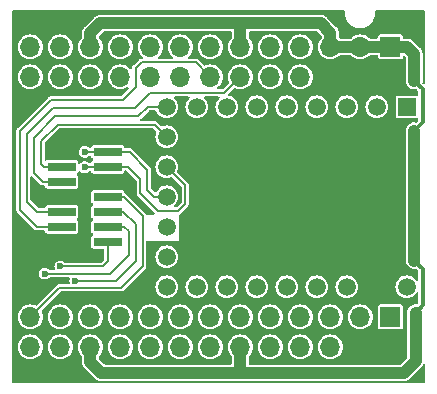
<source format=gbr>
%TF.GenerationSoftware,KiCad,Pcbnew,7.0.10*%
%TF.CreationDate,2025-10-01T21:30:06+02:00*%
%TF.ProjectId,PS2_Debug_Probe,5053325f-4465-4627-9567-5f50726f6265,rev?*%
%TF.SameCoordinates,Original*%
%TF.FileFunction,Copper,L2,Bot*%
%TF.FilePolarity,Positive*%
%FSLAX46Y46*%
G04 Gerber Fmt 4.6, Leading zero omitted, Abs format (unit mm)*
G04 Created by KiCad (PCBNEW 7.0.10) date 2025-10-01 21:30:06*
%MOMM*%
%LPD*%
G01*
G04 APERTURE LIST*
%TA.AperFunction,ComponentPad*%
%ADD10R,1.700000X1.700000*%
%TD*%
%TA.AperFunction,ComponentPad*%
%ADD11O,1.700000X1.700000*%
%TD*%
%TA.AperFunction,ComponentPad*%
%ADD12R,1.508000X1.508000*%
%TD*%
%TA.AperFunction,ComponentPad*%
%ADD13C,1.508000*%
%TD*%
%TA.AperFunction,SMDPad,CuDef*%
%ADD14R,2.400000X0.740000*%
%TD*%
%TA.AperFunction,ViaPad*%
%ADD15C,0.600000*%
%TD*%
%TA.AperFunction,Conductor*%
%ADD16C,0.200000*%
%TD*%
%TA.AperFunction,Conductor*%
%ADD17C,0.300000*%
%TD*%
%TA.AperFunction,Conductor*%
%ADD18C,1.000000*%
%TD*%
G04 APERTURE END LIST*
D10*
%TO.P,U2,1,3V3*%
%TO.N,+3V3*%
X156575000Y-81300000D03*
D11*
%TO.P,U2,2,GND*%
%TO.N,GND*%
X156575000Y-83840000D03*
%TO.P,U2,3,3V3*%
%TO.N,+3V3*%
X154035000Y-81300000D03*
%TO.P,U2,4,GND*%
%TO.N,GND*%
X154035000Y-83840000D03*
%TO.P,U2,5,3V3*%
%TO.N,+3V3*%
X151495000Y-81300000D03*
%TO.P,U2,6,GND*%
%TO.N,GND*%
X151495000Y-83840000D03*
%TO.P,U2,7,AD0*%
%TO.N,unconnected-(U2A-AD0-Pad7)*%
X148955000Y-81300000D03*
%TO.P,U2,8,~{RESET}*%
%TO.N,unconnected-(U2A-~{RESET}-Pad8)*%
X148955000Y-83840000D03*
%TO.P,U2,9,AD2*%
%TO.N,unconnected-(U2A-AD2-Pad9)*%
X146415000Y-81300000D03*
%TO.P,U2,10,AD1*%
%TO.N,unconnected-(U2A-AD1-Pad10)*%
X146415000Y-83840000D03*
%TO.P,U2,11,VIO*%
%TO.N,+3V3*%
X143875000Y-81300000D03*
%TO.P,U2,12,AD3*%
%TO.N,/SPI_SS*%
X143875000Y-83840000D03*
%TO.P,U2,13,AD5*%
%TO.N,unconnected-(U2A-AD5-Pad13)*%
X141335000Y-81300000D03*
%TO.P,U2,14,AD4*%
%TO.N,/CRESET_N*%
X141335000Y-83840000D03*
%TO.P,U2,15,AD7*%
%TO.N,unconnected-(U2A-AD7-Pad15)*%
X138795000Y-81300000D03*
%TO.P,U2,16,AD6*%
%TO.N,unconnected-(U2A-AD6-Pad16)*%
X138795000Y-83840000D03*
%TO.P,U2,17,AC1*%
%TO.N,unconnected-(U2A-AC1-Pad17)*%
X136255000Y-81300000D03*
%TO.P,U2,18,AC0*%
%TO.N,unconnected-(U2A-AC0-Pad18)*%
X136255000Y-83840000D03*
%TO.P,U2,19,AC3*%
%TO.N,unconnected-(U2A-AC3-Pad19)*%
X133715000Y-81300000D03*
%TO.P,U2,20,AC2*%
%TO.N,unconnected-(U2A-AC2-Pad20)*%
X133715000Y-83840000D03*
%TO.P,U2,21,VIO*%
%TO.N,+3V3*%
X131175000Y-81300000D03*
%TO.P,U2,22,AC4*%
%TO.N,unconnected-(U2A-AC4-Pad22)*%
X131175000Y-83840000D03*
%TO.P,U2,23,AC6*%
%TO.N,unconnected-(U2A-AC6-Pad23)*%
X128635000Y-81300000D03*
%TO.P,U2,24,AC5*%
%TO.N,unconnected-(U2A-AC5-Pad24)*%
X128635000Y-83840000D03*
%TO.P,U2,25,~{SUSPEND}*%
%TO.N,unconnected-(U2A-~{SUSPEND}-Pad25)*%
X126095000Y-81300000D03*
%TO.P,U2,26,AC7*%
%TO.N,unconnected-(U2A-AC7-Pad26)*%
X126095000Y-83840000D03*
D10*
%TO.P,U2,27,VBUS*%
%TO.N,+5V*%
X156575000Y-104160000D03*
D11*
%TO.P,U2,28,GND*%
%TO.N,GND*%
X156575000Y-106700000D03*
%TO.P,U2,29,5Vin*%
%TO.N,+5V*%
X154035000Y-104160000D03*
%TO.P,U2,30,GND*%
%TO.N,GND*%
X154035000Y-106700000D03*
%TO.P,U2,31,CS*%
%TO.N,unconnected-(U2B-CS-Pad31)*%
X151495000Y-104160000D03*
%TO.P,U2,32,CLK*%
%TO.N,unconnected-(U2B-CLK-Pad32)*%
X151495000Y-106700000D03*
%TO.P,U2,33,DATA*%
%TO.N,unconnected-(U2B-DATA-Pad33)*%
X148955000Y-104160000D03*
%TO.P,U2,34,~{PWREN}*%
%TO.N,unconnected-(U2B-~{PWREN}-Pad34)*%
X148955000Y-106700000D03*
%TO.P,U2,35,BC7*%
%TO.N,unconnected-(U2B-BC7-Pad35)*%
X146415000Y-104160000D03*
%TO.P,U2,36,BC6*%
%TO.N,unconnected-(U2B-BC6-Pad36)*%
X146415000Y-106700000D03*
%TO.P,U2,37,BC5*%
%TO.N,unconnected-(U2B-BC5-Pad37)*%
X143875000Y-104160000D03*
%TO.P,U2,38,VIO*%
%TO.N,+3V3*%
X143875000Y-106700000D03*
%TO.P,U2,39,BC4*%
%TO.N,unconnected-(U2B-BC4-Pad39)*%
X141335000Y-104160000D03*
%TO.P,U2,40,BC3*%
%TO.N,unconnected-(U2B-BC3-Pad40)*%
X141335000Y-106700000D03*
%TO.P,U2,41,BC2*%
%TO.N,unconnected-(U2B-BC2-Pad41)*%
X138795000Y-104160000D03*
%TO.P,U2,42,BC1*%
%TO.N,unconnected-(U2B-BC1-Pad42)*%
X138795000Y-106700000D03*
%TO.P,U2,43,BC0*%
%TO.N,unconnected-(U2B-BC0-Pad43)*%
X136255000Y-104160000D03*
%TO.P,U2,44,BD7*%
%TO.N,unconnected-(U2B-BD7-Pad44)*%
X136255000Y-106700000D03*
%TO.P,U2,45,BD6*%
%TO.N,unconnected-(U2B-BD6-Pad45)*%
X133715000Y-104160000D03*
%TO.P,U2,46,BD5*%
%TO.N,unconnected-(U2B-BD5-Pad46)*%
X133715000Y-106700000D03*
%TO.P,U2,47,BD4*%
%TO.N,unconnected-(U2B-BD4-Pad47)*%
X131175000Y-104160000D03*
%TO.P,U2,48,VIO*%
%TO.N,+3V3*%
X131175000Y-106700000D03*
%TO.P,U2,49,BD3*%
%TO.N,/TMS*%
X128635000Y-104160000D03*
%TO.P,U2,50,BD2*%
%TO.N,/TDO*%
X128635000Y-106700000D03*
%TO.P,U2,51,BD1*%
%TO.N,/TDI*%
X126095000Y-104160000D03*
%TO.P,U2,52,BD0*%
%TO.N,/TCK*%
X126095000Y-106700000D03*
%TD*%
D12*
%TO.P,U1,1,GP0*%
%TO.N,unconnected-(U1-GP0-Pad1)*%
X157960000Y-86380000D03*
D13*
%TO.P,U1,2,GP1*%
%TO.N,unconnected-(U1-GP1-Pad2)*%
X155420000Y-86380000D03*
%TO.P,U1,3,GP2*%
%TO.N,unconnected-(U1-GP2-Pad3)*%
X152880000Y-86380000D03*
%TO.P,U1,4,GP3*%
%TO.N,unconnected-(U1-GP3-Pad4)*%
X150340000Y-86380000D03*
%TO.P,U1,5,GP4*%
%TO.N,unconnected-(U1-GP4-Pad5)*%
X147800000Y-86380000D03*
%TO.P,U1,6,GP5*%
%TO.N,unconnected-(U1-GP5-Pad6)*%
X145260000Y-86380000D03*
%TO.P,U1,7,GP6*%
%TO.N,unconnected-(U1-GP6-Pad7)*%
X142720000Y-86380000D03*
%TO.P,U1,8,GP7*%
%TO.N,unconnected-(U1-GP7-Pad8)*%
X140180000Y-86380000D03*
%TO.P,U1,9,GP8*%
%TO.N,/SYS_UART_RX*%
X137640000Y-86380000D03*
%TO.P,U1,10,GP9*%
%TO.N,/SYS_UART_TX*%
X137640000Y-88920000D03*
%TO.P,U1,11,GP10*%
%TO.N,/SYS_SWCLK*%
X137640000Y-91460000D03*
%TO.P,U1,12,GP11*%
%TO.N,/SYS_SWDIO*%
X137640000Y-94000000D03*
%TO.P,U1,13,GP12*%
%TO.N,GND*%
X137640000Y-96540000D03*
%TO.P,U1,14,GP13*%
%TO.N,unconnected-(U1-GP13-Pad14)*%
X137640000Y-99080000D03*
%TO.P,U1,15,GP14*%
%TO.N,unconnected-(U1-GP14-Pad15)*%
X137640000Y-101620000D03*
%TO.P,U1,16,GP15*%
%TO.N,unconnected-(U1-GP15-Pad16)*%
X140180000Y-101620000D03*
%TO.P,U1,17,GP26*%
%TO.N,unconnected-(U1-GP26-Pad17)*%
X142720000Y-101620000D03*
%TO.P,U1,18,GP27*%
%TO.N,unconnected-(U1-GP27-Pad18)*%
X145260000Y-101620000D03*
%TO.P,U1,19,GP28*%
%TO.N,unconnected-(U1-GP28-Pad19)*%
X147800000Y-101620000D03*
%TO.P,U1,20,GP29*%
%TO.N,unconnected-(U1-GP29-Pad20)*%
X150340000Y-101620000D03*
%TO.P,U1,21,3V3*%
%TO.N,unconnected-(U1-3V3-Pad21)*%
X152880000Y-101620000D03*
%TO.P,U1,22,GND*%
%TO.N,GND*%
X155420000Y-101620000D03*
%TO.P,U1,23,5V*%
%TO.N,unconnected-(U1-5V-Pad23)*%
X157960000Y-101620000D03*
%TD*%
D14*
%TO.P,J1,1,Pin_1*%
%TO.N,GND*%
X128750000Y-97810000D03*
%TO.P,J1,2,Pin_2*%
%TO.N,/TMS*%
X132650000Y-97810000D03*
%TO.P,J1,3,Pin_3*%
%TO.N,/CRESET_N*%
X128750000Y-96540000D03*
%TO.P,J1,4,Pin_4*%
%TO.N,/TCK*%
X132650000Y-96540000D03*
%TO.P,J1,5,Pin_5*%
%TO.N,/SPI_SS*%
X128750000Y-95270000D03*
%TO.P,J1,6,Pin_6*%
%TO.N,/TDO*%
X132650000Y-95270000D03*
%TO.P,J1,7,Pin_7*%
%TO.N,GND*%
X128750000Y-94000000D03*
%TO.P,J1,8,Pin_8*%
%TO.N,/TDI*%
X132650000Y-94000000D03*
%TO.P,J1,9,Pin_9*%
%TO.N,/SYS_UART_RX*%
X128750000Y-92730000D03*
%TO.P,J1,10,Pin_10*%
%TO.N,GND*%
X132650000Y-92730000D03*
%TO.P,J1,11,Pin_11*%
%TO.N,/SYS_UART_TX*%
X128750000Y-91460000D03*
%TO.P,J1,12,Pin_12*%
%TO.N,/SYS_SWCLK*%
X132650000Y-91460000D03*
%TO.P,J1,13,Pin_13*%
%TO.N,GND*%
X128750000Y-90190000D03*
%TO.P,J1,14,Pin_14*%
%TO.N,/SYS_SWDIO*%
X132650000Y-90190000D03*
%TD*%
D15*
%TO.N,/TMS*%
X128635000Y-99900000D03*
%TO.N,GND*%
X128700000Y-89000000D03*
X145000000Y-98000000D03*
X141000000Y-90000000D03*
X141000000Y-98000000D03*
X149000000Y-90000000D03*
X153000000Y-94000000D03*
X145000000Y-90000000D03*
X130700000Y-98000000D03*
X135000000Y-102000000D03*
X145000000Y-94000000D03*
X126000000Y-98900000D03*
X130800000Y-102500000D03*
X134100000Y-89000000D03*
X141000000Y-94000000D03*
X153000000Y-98000000D03*
X157000000Y-98000000D03*
X126000000Y-101800000D03*
X157000000Y-90000000D03*
X131500000Y-89000000D03*
X153000000Y-90000000D03*
X130700000Y-94100000D03*
X157000000Y-94000000D03*
X149000000Y-94000000D03*
X134500000Y-93000000D03*
X136100000Y-90600000D03*
X149000000Y-98000000D03*
X126000000Y-86000000D03*
%TO.N,/TCK*%
X127300000Y-100500000D03*
%TO.N,/TDO*%
X129900000Y-101100000D03*
%TO.N,/SYS_SWCLK*%
X130700000Y-91500000D03*
%TO.N,/SYS_SWDIO*%
X130700000Y-90200000D03*
%TD*%
D16*
%TO.N,/TMS*%
X132650000Y-99450000D02*
X132650000Y-97810000D01*
X132200000Y-99900000D02*
X132650000Y-99450000D01*
X128635000Y-99900000D02*
X132200000Y-99900000D01*
%TO.N,/TCK*%
X134400000Y-96900000D02*
X134040000Y-96540000D01*
X132800000Y-100500000D02*
X134400000Y-98900000D01*
X134040000Y-96540000D02*
X132650000Y-96540000D01*
X134400000Y-98900000D02*
X134400000Y-96900000D01*
X127300000Y-100500000D02*
X132800000Y-100500000D01*
%TO.N,/TDO*%
X135000000Y-96300000D02*
X133970000Y-95270000D01*
X133970000Y-95270000D02*
X132650000Y-95270000D01*
X135000000Y-99400000D02*
X135000000Y-96300000D01*
X129900000Y-101100000D02*
X133300000Y-101100000D01*
X133300000Y-101100000D02*
X135000000Y-99400000D01*
%TO.N,/SPI_SS*%
X125800000Y-94400000D02*
X125800000Y-88700000D01*
X134950000Y-86500000D02*
X136250000Y-85200000D01*
X136250000Y-85200000D02*
X142515000Y-85200000D01*
X142515000Y-85200000D02*
X143875000Y-83840000D01*
X128750000Y-95270000D02*
X126670000Y-95270000D01*
X126670000Y-95270000D02*
X125800000Y-94400000D01*
X128000000Y-86500000D02*
X134950000Y-86500000D01*
X125800000Y-88700000D02*
X128000000Y-86500000D01*
%TO.N,/TDI*%
X128555000Y-101700000D02*
X133800000Y-101700000D01*
X135600000Y-95600000D02*
X134000000Y-94000000D01*
X133800000Y-101700000D02*
X135600000Y-99900000D01*
X126095000Y-104160000D02*
X128555000Y-101700000D01*
X134000000Y-94000000D02*
X132650000Y-94000000D01*
X135600000Y-99900000D02*
X135600000Y-95600000D01*
D17*
%TO.N,+3V3*%
X158600000Y-84200000D02*
X159300000Y-84900000D01*
D18*
X132100000Y-108900000D02*
X143875000Y-108900000D01*
D17*
X159300000Y-84900000D02*
X159300000Y-86000000D01*
D18*
X131175000Y-107975000D02*
X132100000Y-108900000D01*
X158700000Y-107900000D02*
X158700000Y-103800000D01*
X131175000Y-106700000D02*
X131175000Y-107975000D01*
X151495000Y-81300000D02*
X151495000Y-80095000D01*
D17*
X159300000Y-86000000D02*
X159300000Y-87700000D01*
D18*
X143875000Y-106700000D02*
X143875000Y-108900000D01*
X156575000Y-81300000D02*
X151495000Y-81300000D01*
X158600000Y-84200000D02*
X158600000Y-81900000D01*
X143875000Y-108900000D02*
X157700000Y-108900000D01*
X158600000Y-88400000D02*
X158600000Y-99400000D01*
X143875000Y-79300000D02*
X132000000Y-79300000D01*
D17*
X159300000Y-103200000D02*
X159300000Y-100100000D01*
X158700000Y-103800000D02*
X159300000Y-103200000D01*
D18*
X158000000Y-81300000D02*
X156575000Y-81300000D01*
X158600000Y-81900000D02*
X158000000Y-81300000D01*
X143875000Y-81300000D02*
X143875000Y-79300000D01*
X151495000Y-80095000D02*
X150700000Y-79300000D01*
X150700000Y-79300000D02*
X143875000Y-79300000D01*
X157700000Y-108900000D02*
X158700000Y-107900000D01*
D17*
X159300000Y-100100000D02*
X158600000Y-99400000D01*
D18*
X132000000Y-79300000D02*
X131175000Y-80125000D01*
X131175000Y-80125000D02*
X131175000Y-81300000D01*
D17*
X159300000Y-87700000D02*
X158600000Y-88400000D01*
D16*
%TO.N,/CRESET_N*%
X125200000Y-95100000D02*
X125200000Y-88400000D01*
X128750000Y-96540000D02*
X126640000Y-96540000D01*
X135000000Y-83100000D02*
X135500000Y-82600000D01*
X133900000Y-85800000D02*
X135000000Y-84700000D01*
X126640000Y-96540000D02*
X125200000Y-95100000D01*
X127800000Y-85800000D02*
X133900000Y-85800000D01*
X135000000Y-84700000D02*
X135000000Y-83100000D01*
X125200000Y-88400000D02*
X127800000Y-85800000D01*
X140095000Y-82600000D02*
X141335000Y-83840000D01*
X135500000Y-82600000D02*
X140095000Y-82600000D01*
X141300000Y-83875000D02*
X141335000Y-83840000D01*
%TO.N,/SYS_UART_RX*%
X136020000Y-86380000D02*
X137640000Y-86380000D01*
X126400000Y-89000000D02*
X128200000Y-87200000D01*
X126400000Y-92000000D02*
X126400000Y-89000000D01*
X128750000Y-92730000D02*
X127130000Y-92730000D01*
X127130000Y-92730000D02*
X126400000Y-92000000D01*
X135200000Y-87200000D02*
X136020000Y-86380000D01*
X128200000Y-87200000D02*
X135200000Y-87200000D01*
%TO.N,/SYS_UART_TX*%
X127000000Y-91200000D02*
X127000000Y-89300000D01*
X128400000Y-87900000D02*
X136620000Y-87900000D01*
X128750000Y-91460000D02*
X127260000Y-91460000D01*
X127000000Y-89300000D02*
X128400000Y-87900000D01*
X136620000Y-87900000D02*
X137640000Y-88920000D01*
X127260000Y-91460000D02*
X127000000Y-91200000D01*
%TO.N,/SYS_SWCLK*%
X136900000Y-95200000D02*
X135400000Y-93700000D01*
X138600000Y-95200000D02*
X136900000Y-95200000D01*
X135400000Y-92500000D02*
X134360000Y-91460000D01*
X130740000Y-91460000D02*
X130700000Y-91500000D01*
X135400000Y-93700000D02*
X135400000Y-92500000D01*
X139200000Y-94600000D02*
X138600000Y-95200000D01*
X132650000Y-91460000D02*
X130740000Y-91460000D01*
X137640000Y-91460000D02*
X139200000Y-93020000D01*
X134360000Y-91460000D02*
X132650000Y-91460000D01*
X139200000Y-93020000D02*
X139200000Y-94600000D01*
%TO.N,/SYS_SWDIO*%
X132650000Y-90190000D02*
X134490000Y-90190000D01*
X134490000Y-90190000D02*
X136000000Y-91700000D01*
X136000000Y-93400000D02*
X136600000Y-94000000D01*
X136600000Y-94000000D02*
X137640000Y-94000000D01*
X136000000Y-91700000D02*
X136000000Y-93400000D01*
X132650000Y-90190000D02*
X130710000Y-90190000D01*
X130710000Y-90190000D02*
X130700000Y-90200000D01*
%TD*%
%TA.AperFunction,Conductor*%
%TO.N,GND*%
G36*
X152658691Y-78219407D02*
G01*
X152694655Y-78268907D01*
X152699500Y-78299500D01*
X152699500Y-78502355D01*
X152731521Y-78704529D01*
X152794780Y-78899219D01*
X152887712Y-79081609D01*
X152887714Y-79081613D01*
X153008029Y-79247213D01*
X153008031Y-79247215D01*
X153008034Y-79247219D01*
X153152781Y-79391966D01*
X153152784Y-79391968D01*
X153152786Y-79391970D01*
X153318386Y-79512285D01*
X153318390Y-79512287D01*
X153500781Y-79605220D01*
X153695466Y-79668477D01*
X153695467Y-79668477D01*
X153695470Y-79668478D01*
X153897645Y-79700500D01*
X153897648Y-79700500D01*
X154102355Y-79700500D01*
X154304529Y-79668478D01*
X154304530Y-79668477D01*
X154304534Y-79668477D01*
X154499219Y-79605220D01*
X154681610Y-79512287D01*
X154847219Y-79391966D01*
X154991966Y-79247219D01*
X155112287Y-79081610D01*
X155205220Y-78899219D01*
X155268477Y-78704534D01*
X155268478Y-78704529D01*
X155300500Y-78502355D01*
X155300500Y-78299500D01*
X155319407Y-78241309D01*
X155368907Y-78205345D01*
X155399500Y-78200500D01*
X159277405Y-78200500D01*
X159317210Y-78200500D01*
X159332696Y-78201719D01*
X159347753Y-78204103D01*
X159371162Y-78207811D01*
X159400614Y-78217379D01*
X159428294Y-78231483D01*
X159453347Y-78249685D01*
X159475314Y-78271652D01*
X159493517Y-78296707D01*
X159507618Y-78324381D01*
X159517188Y-78353835D01*
X159523281Y-78392302D01*
X159524500Y-78407790D01*
X159524500Y-84389810D01*
X159505593Y-84448001D01*
X159456093Y-84483965D01*
X159394907Y-84483965D01*
X159355496Y-84459814D01*
X159316995Y-84421313D01*
X159289218Y-84366796D01*
X159288721Y-84339379D01*
X159300500Y-84242372D01*
X159300500Y-81924143D01*
X159300681Y-81918165D01*
X159304357Y-81857394D01*
X159293374Y-81797466D01*
X159292483Y-81791605D01*
X159285140Y-81731128D01*
X159280740Y-81719528D01*
X159275930Y-81702275D01*
X159273694Y-81690068D01*
X159248701Y-81634536D01*
X159246412Y-81629011D01*
X159224818Y-81572070D01*
X159217769Y-81561857D01*
X159208968Y-81546251D01*
X159203881Y-81534948D01*
X159203879Y-81534945D01*
X159203878Y-81534943D01*
X159166312Y-81486994D01*
X159162779Y-81482192D01*
X159128183Y-81432071D01*
X159128178Y-81432066D01*
X159128176Y-81432064D01*
X159082609Y-81391695D01*
X159078254Y-81387597D01*
X158512401Y-80821744D01*
X158508302Y-80817389D01*
X158467930Y-80771818D01*
X158467925Y-80771814D01*
X158417806Y-80737218D01*
X158412992Y-80733676D01*
X158365055Y-80696120D01*
X158353743Y-80691029D01*
X158338141Y-80682229D01*
X158327933Y-80675183D01*
X158319909Y-80672140D01*
X158270974Y-80653581D01*
X158265481Y-80651305D01*
X158242858Y-80641123D01*
X158209933Y-80626305D01*
X158209926Y-80626303D01*
X158197723Y-80624067D01*
X158180461Y-80619255D01*
X158168875Y-80614861D01*
X158168873Y-80614860D01*
X158108437Y-80607521D01*
X158102529Y-80606622D01*
X158042602Y-80595641D01*
X157984549Y-80599154D01*
X157981822Y-80599319D01*
X157975845Y-80599500D01*
X157724500Y-80599500D01*
X157666309Y-80580593D01*
X157630345Y-80531093D01*
X157625500Y-80500500D01*
X157625500Y-80430253D01*
X157625498Y-80430241D01*
X157621606Y-80410678D01*
X157613867Y-80371769D01*
X157569552Y-80305448D01*
X157569548Y-80305445D01*
X157503233Y-80261134D01*
X157503231Y-80261133D01*
X157503228Y-80261132D01*
X157503227Y-80261132D01*
X157444758Y-80249501D01*
X157444748Y-80249500D01*
X155705252Y-80249500D01*
X155705251Y-80249500D01*
X155705241Y-80249501D01*
X155646772Y-80261132D01*
X155646766Y-80261134D01*
X155580451Y-80305445D01*
X155580445Y-80305451D01*
X155536134Y-80371766D01*
X155536132Y-80371772D01*
X155524501Y-80430241D01*
X155524500Y-80430253D01*
X155524500Y-80500500D01*
X155505593Y-80558691D01*
X155456093Y-80594655D01*
X155425500Y-80599500D01*
X154865911Y-80599500D01*
X154807720Y-80580593D01*
X154789385Y-80563308D01*
X154781410Y-80553590D01*
X154735499Y-80515912D01*
X154621452Y-80422316D01*
X154438954Y-80324768D01*
X154240934Y-80264699D01*
X154240929Y-80264698D01*
X154035003Y-80244417D01*
X154034997Y-80244417D01*
X153829070Y-80264698D01*
X153829065Y-80264699D01*
X153631045Y-80324768D01*
X153448547Y-80422316D01*
X153288595Y-80553585D01*
X153288590Y-80553590D01*
X153280615Y-80563306D01*
X153229085Y-80596293D01*
X153204089Y-80599500D01*
X152325911Y-80599500D01*
X152267720Y-80580593D01*
X152249385Y-80563308D01*
X152241410Y-80553590D01*
X152241404Y-80553585D01*
X152231690Y-80545612D01*
X152198706Y-80494079D01*
X152195500Y-80469088D01*
X152195500Y-80119154D01*
X152195681Y-80113175D01*
X152199358Y-80052394D01*
X152188375Y-79992465D01*
X152187478Y-79986567D01*
X152181353Y-79936123D01*
X152180140Y-79926128D01*
X152175741Y-79914529D01*
X152170931Y-79897274D01*
X152168695Y-79885069D01*
X152143690Y-79829512D01*
X152141415Y-79824018D01*
X152119818Y-79767070D01*
X152114899Y-79759944D01*
X152112768Y-79756856D01*
X152103965Y-79741247D01*
X152103606Y-79740449D01*
X152098878Y-79729944D01*
X152098876Y-79729942D01*
X152098876Y-79729940D01*
X152061324Y-79682009D01*
X152057780Y-79677193D01*
X152023183Y-79627071D01*
X152023179Y-79627067D01*
X152023176Y-79627064D01*
X151977609Y-79586695D01*
X151973254Y-79582597D01*
X151212401Y-78821744D01*
X151208302Y-78817389D01*
X151167930Y-78771818D01*
X151167925Y-78771814D01*
X151117806Y-78737218D01*
X151112992Y-78733676D01*
X151065055Y-78696120D01*
X151053743Y-78691029D01*
X151038141Y-78682229D01*
X151027933Y-78675183D01*
X151019909Y-78672140D01*
X150970974Y-78653581D01*
X150965481Y-78651305D01*
X150942858Y-78641123D01*
X150909933Y-78626305D01*
X150909926Y-78626303D01*
X150897723Y-78624067D01*
X150880461Y-78619255D01*
X150868875Y-78614861D01*
X150868873Y-78614860D01*
X150808437Y-78607521D01*
X150802529Y-78606622D01*
X150742602Y-78595641D01*
X150684549Y-78599154D01*
X150681822Y-78599319D01*
X150675845Y-78599500D01*
X132024144Y-78599500D01*
X132018167Y-78599319D01*
X132015841Y-78599178D01*
X131957394Y-78595642D01*
X131897484Y-78606620D01*
X131891577Y-78607519D01*
X131831124Y-78614860D01*
X131819522Y-78619260D01*
X131802271Y-78624069D01*
X131790070Y-78626305D01*
X131790063Y-78626307D01*
X131734533Y-78651299D01*
X131729009Y-78653587D01*
X131672070Y-78675181D01*
X131672067Y-78675182D01*
X131661852Y-78682233D01*
X131646260Y-78691027D01*
X131634947Y-78696119D01*
X131634942Y-78696122D01*
X131587000Y-78733681D01*
X131582187Y-78737222D01*
X131532073Y-78771814D01*
X131532071Y-78771816D01*
X131491695Y-78817390D01*
X131487598Y-78821743D01*
X130696743Y-79612598D01*
X130692390Y-79616695D01*
X130646816Y-79657071D01*
X130612224Y-79707186D01*
X130608690Y-79711988D01*
X130594625Y-79729943D01*
X130571121Y-79759944D01*
X130571120Y-79759944D01*
X130566028Y-79771259D01*
X130557230Y-79786858D01*
X130550181Y-79797070D01*
X130550180Y-79797071D01*
X130528593Y-79853993D01*
X130526306Y-79859515D01*
X130501305Y-79915066D01*
X130501302Y-79915074D01*
X130499065Y-79927282D01*
X130494258Y-79944527D01*
X130489860Y-79956125D01*
X130482521Y-80016561D01*
X130481622Y-80022469D01*
X130470641Y-80082395D01*
X130474319Y-80143175D01*
X130474500Y-80149154D01*
X130474500Y-80469088D01*
X130455593Y-80527279D01*
X130438310Y-80545612D01*
X130428595Y-80553585D01*
X130428585Y-80553595D01*
X130297316Y-80713547D01*
X130199768Y-80896045D01*
X130139699Y-81094065D01*
X130139698Y-81094070D01*
X130119417Y-81299996D01*
X130119417Y-81300003D01*
X130139698Y-81505929D01*
X130139699Y-81505934D01*
X130199768Y-81703954D01*
X130297316Y-81886452D01*
X130390913Y-82000500D01*
X130428590Y-82046410D01*
X130428595Y-82046414D01*
X130588547Y-82177683D01*
X130588548Y-82177683D01*
X130588550Y-82177685D01*
X130771046Y-82275232D01*
X130901944Y-82314939D01*
X130969065Y-82335300D01*
X130969070Y-82335301D01*
X131174997Y-82355583D01*
X131175000Y-82355583D01*
X131175003Y-82355583D01*
X131380929Y-82335301D01*
X131380934Y-82335300D01*
X131578954Y-82275232D01*
X131761450Y-82177685D01*
X131921410Y-82046410D01*
X132052685Y-81886450D01*
X132150232Y-81703954D01*
X132210300Y-81505934D01*
X132210301Y-81505929D01*
X132230583Y-81300003D01*
X132659417Y-81300003D01*
X132679698Y-81505929D01*
X132679699Y-81505934D01*
X132739768Y-81703954D01*
X132837316Y-81886452D01*
X132930913Y-82000500D01*
X132968590Y-82046410D01*
X132968595Y-82046414D01*
X133128547Y-82177683D01*
X133128548Y-82177683D01*
X133128550Y-82177685D01*
X133311046Y-82275232D01*
X133441944Y-82314939D01*
X133509065Y-82335300D01*
X133509070Y-82335301D01*
X133714997Y-82355583D01*
X133715000Y-82355583D01*
X133715003Y-82355583D01*
X133920929Y-82335301D01*
X133920934Y-82335300D01*
X134118954Y-82275232D01*
X134301450Y-82177685D01*
X134461410Y-82046410D01*
X134592685Y-81886450D01*
X134690232Y-81703954D01*
X134750300Y-81505934D01*
X134750301Y-81505929D01*
X134770583Y-81300003D01*
X134770583Y-81299996D01*
X134750301Y-81094070D01*
X134750300Y-81094065D01*
X134732078Y-81033997D01*
X134690232Y-80896046D01*
X134592685Y-80713550D01*
X134578382Y-80696122D01*
X134461414Y-80553595D01*
X134461410Y-80553590D01*
X134415499Y-80515912D01*
X134301452Y-80422316D01*
X134118954Y-80324768D01*
X133920934Y-80264699D01*
X133920929Y-80264698D01*
X133715003Y-80244417D01*
X133714997Y-80244417D01*
X133509070Y-80264698D01*
X133509065Y-80264699D01*
X133311045Y-80324768D01*
X133128547Y-80422316D01*
X132968595Y-80553585D01*
X132968585Y-80553595D01*
X132837316Y-80713547D01*
X132739768Y-80896045D01*
X132679699Y-81094065D01*
X132679698Y-81094070D01*
X132659417Y-81299996D01*
X132659417Y-81300003D01*
X132230583Y-81300003D01*
X132230583Y-81299996D01*
X132210301Y-81094070D01*
X132210300Y-81094065D01*
X132192078Y-81033997D01*
X132150232Y-80896046D01*
X132052685Y-80713550D01*
X132038382Y-80696122D01*
X131921414Y-80553595D01*
X131921410Y-80553590D01*
X131921404Y-80553585D01*
X131911690Y-80545612D01*
X131878706Y-80494079D01*
X131875500Y-80469088D01*
X131875500Y-80456165D01*
X131894407Y-80397974D01*
X131904496Y-80386161D01*
X132261161Y-80029496D01*
X132315678Y-80001719D01*
X132331165Y-80000500D01*
X143075500Y-80000500D01*
X143133691Y-80019407D01*
X143169655Y-80068907D01*
X143174500Y-80099500D01*
X143174500Y-80469088D01*
X143155593Y-80527279D01*
X143138310Y-80545612D01*
X143128595Y-80553585D01*
X143128585Y-80553595D01*
X142997316Y-80713547D01*
X142899768Y-80896045D01*
X142839699Y-81094065D01*
X142839698Y-81094070D01*
X142819417Y-81299996D01*
X142819417Y-81300003D01*
X142839698Y-81505929D01*
X142839699Y-81505934D01*
X142899768Y-81703954D01*
X142997316Y-81886452D01*
X143090913Y-82000500D01*
X143128590Y-82046410D01*
X143128595Y-82046414D01*
X143288547Y-82177683D01*
X143288548Y-82177683D01*
X143288550Y-82177685D01*
X143471046Y-82275232D01*
X143601944Y-82314939D01*
X143669065Y-82335300D01*
X143669070Y-82335301D01*
X143874997Y-82355583D01*
X143875000Y-82355583D01*
X143875003Y-82355583D01*
X144080929Y-82335301D01*
X144080934Y-82335300D01*
X144278954Y-82275232D01*
X144461450Y-82177685D01*
X144621410Y-82046410D01*
X144752685Y-81886450D01*
X144850232Y-81703954D01*
X144910300Y-81505934D01*
X144910301Y-81505929D01*
X144930583Y-81300003D01*
X145359417Y-81300003D01*
X145379698Y-81505929D01*
X145379699Y-81505934D01*
X145439768Y-81703954D01*
X145537316Y-81886452D01*
X145630913Y-82000500D01*
X145668590Y-82046410D01*
X145668595Y-82046414D01*
X145828547Y-82177683D01*
X145828548Y-82177683D01*
X145828550Y-82177685D01*
X146011046Y-82275232D01*
X146141944Y-82314939D01*
X146209065Y-82335300D01*
X146209070Y-82335301D01*
X146414997Y-82355583D01*
X146415000Y-82355583D01*
X146415003Y-82355583D01*
X146620929Y-82335301D01*
X146620934Y-82335300D01*
X146818954Y-82275232D01*
X147001450Y-82177685D01*
X147161410Y-82046410D01*
X147292685Y-81886450D01*
X147390232Y-81703954D01*
X147450300Y-81505934D01*
X147450301Y-81505929D01*
X147470583Y-81300003D01*
X147899417Y-81300003D01*
X147919698Y-81505929D01*
X147919699Y-81505934D01*
X147979768Y-81703954D01*
X148077316Y-81886452D01*
X148170913Y-82000500D01*
X148208590Y-82046410D01*
X148208595Y-82046414D01*
X148368547Y-82177683D01*
X148368548Y-82177683D01*
X148368550Y-82177685D01*
X148551046Y-82275232D01*
X148681944Y-82314939D01*
X148749065Y-82335300D01*
X148749070Y-82335301D01*
X148954997Y-82355583D01*
X148955000Y-82355583D01*
X148955003Y-82355583D01*
X149160929Y-82335301D01*
X149160934Y-82335300D01*
X149358954Y-82275232D01*
X149541450Y-82177685D01*
X149701410Y-82046410D01*
X149832685Y-81886450D01*
X149930232Y-81703954D01*
X149990300Y-81505934D01*
X149990301Y-81505929D01*
X150010583Y-81300003D01*
X150010583Y-81299996D01*
X149990301Y-81094070D01*
X149990300Y-81094065D01*
X149972078Y-81033997D01*
X149930232Y-80896046D01*
X149832685Y-80713550D01*
X149818382Y-80696122D01*
X149701414Y-80553595D01*
X149701410Y-80553590D01*
X149655499Y-80515912D01*
X149541452Y-80422316D01*
X149358954Y-80324768D01*
X149160934Y-80264699D01*
X149160929Y-80264698D01*
X148955003Y-80244417D01*
X148954997Y-80244417D01*
X148749070Y-80264698D01*
X148749065Y-80264699D01*
X148551045Y-80324768D01*
X148368547Y-80422316D01*
X148208595Y-80553585D01*
X148208585Y-80553595D01*
X148077316Y-80713547D01*
X147979768Y-80896045D01*
X147919699Y-81094065D01*
X147919698Y-81094070D01*
X147899417Y-81299996D01*
X147899417Y-81300003D01*
X147470583Y-81300003D01*
X147470583Y-81299996D01*
X147450301Y-81094070D01*
X147450300Y-81094065D01*
X147432078Y-81033997D01*
X147390232Y-80896046D01*
X147292685Y-80713550D01*
X147278382Y-80696122D01*
X147161414Y-80553595D01*
X147161410Y-80553590D01*
X147115499Y-80515912D01*
X147001452Y-80422316D01*
X146818954Y-80324768D01*
X146620934Y-80264699D01*
X146620929Y-80264698D01*
X146415003Y-80244417D01*
X146414997Y-80244417D01*
X146209070Y-80264698D01*
X146209065Y-80264699D01*
X146011045Y-80324768D01*
X145828547Y-80422316D01*
X145668595Y-80553585D01*
X145668585Y-80553595D01*
X145537316Y-80713547D01*
X145439768Y-80896045D01*
X145379699Y-81094065D01*
X145379698Y-81094070D01*
X145359417Y-81299996D01*
X145359417Y-81300003D01*
X144930583Y-81300003D01*
X144930583Y-81299996D01*
X144910301Y-81094070D01*
X144910300Y-81094065D01*
X144892078Y-81033997D01*
X144850232Y-80896046D01*
X144752685Y-80713550D01*
X144738382Y-80696122D01*
X144621414Y-80553595D01*
X144621410Y-80553590D01*
X144621404Y-80553585D01*
X144611690Y-80545612D01*
X144578706Y-80494079D01*
X144575500Y-80469088D01*
X144575500Y-80099500D01*
X144594407Y-80041309D01*
X144643907Y-80005345D01*
X144674500Y-80000500D01*
X150368835Y-80000500D01*
X150427026Y-80019407D01*
X150438839Y-80029496D01*
X150765504Y-80356161D01*
X150793281Y-80410678D01*
X150794500Y-80426165D01*
X150794500Y-80469088D01*
X150775593Y-80527279D01*
X150758310Y-80545612D01*
X150748595Y-80553585D01*
X150748585Y-80553595D01*
X150617316Y-80713547D01*
X150519768Y-80896045D01*
X150459699Y-81094065D01*
X150459698Y-81094070D01*
X150439417Y-81299996D01*
X150439417Y-81300003D01*
X150459698Y-81505929D01*
X150459699Y-81505934D01*
X150519768Y-81703954D01*
X150617316Y-81886452D01*
X150710913Y-82000500D01*
X150748590Y-82046410D01*
X150748595Y-82046414D01*
X150908547Y-82177683D01*
X150908548Y-82177683D01*
X150908550Y-82177685D01*
X151091046Y-82275232D01*
X151221944Y-82314939D01*
X151289065Y-82335300D01*
X151289070Y-82335301D01*
X151494997Y-82355583D01*
X151495000Y-82355583D01*
X151495003Y-82355583D01*
X151700929Y-82335301D01*
X151700934Y-82335300D01*
X151898954Y-82275232D01*
X152081450Y-82177685D01*
X152241410Y-82046410D01*
X152249384Y-82036693D01*
X152300915Y-82003707D01*
X152325911Y-82000500D01*
X153204089Y-82000500D01*
X153262280Y-82019407D01*
X153280614Y-82036691D01*
X153288590Y-82046410D01*
X153288595Y-82046414D01*
X153448547Y-82177683D01*
X153448548Y-82177683D01*
X153448550Y-82177685D01*
X153631046Y-82275232D01*
X153761944Y-82314939D01*
X153829065Y-82335300D01*
X153829070Y-82335301D01*
X154034997Y-82355583D01*
X154035000Y-82355583D01*
X154035003Y-82355583D01*
X154240929Y-82335301D01*
X154240934Y-82335300D01*
X154438954Y-82275232D01*
X154621450Y-82177685D01*
X154781410Y-82046410D01*
X154789384Y-82036693D01*
X154840915Y-82003707D01*
X154865911Y-82000500D01*
X155425500Y-82000500D01*
X155483691Y-82019407D01*
X155519655Y-82068907D01*
X155524500Y-82099500D01*
X155524500Y-82169746D01*
X155524501Y-82169758D01*
X155536132Y-82228227D01*
X155536134Y-82228233D01*
X155571869Y-82281713D01*
X155580448Y-82294552D01*
X155646769Y-82338867D01*
X155691231Y-82347711D01*
X155705241Y-82350498D01*
X155705246Y-82350498D01*
X155705252Y-82350500D01*
X155705253Y-82350500D01*
X157444747Y-82350500D01*
X157444748Y-82350500D01*
X157503231Y-82338867D01*
X157569552Y-82294552D01*
X157613867Y-82228231D01*
X157625500Y-82169748D01*
X157625500Y-82155165D01*
X157644407Y-82096974D01*
X157693907Y-82061010D01*
X157755093Y-82061010D01*
X157794504Y-82085161D01*
X157870504Y-82161161D01*
X157898281Y-82215678D01*
X157899500Y-82231165D01*
X157899500Y-84242381D01*
X157910720Y-84334775D01*
X157914860Y-84368872D01*
X157975182Y-84527930D01*
X158071817Y-84667929D01*
X158199148Y-84780734D01*
X158349775Y-84859790D01*
X158514944Y-84900500D01*
X158514947Y-84900500D01*
X158685053Y-84900500D01*
X158685056Y-84900500D01*
X158726923Y-84890180D01*
X158787943Y-84894611D01*
X158820617Y-84916299D01*
X158920504Y-85016186D01*
X158948281Y-85070703D01*
X158949500Y-85086190D01*
X158949500Y-85357000D01*
X158930593Y-85415191D01*
X158881093Y-85451155D01*
X158819907Y-85451155D01*
X158795503Y-85439318D01*
X158792237Y-85437136D01*
X158792233Y-85437134D01*
X158792231Y-85437133D01*
X158792228Y-85437132D01*
X158792227Y-85437132D01*
X158733758Y-85425501D01*
X158733748Y-85425500D01*
X157186252Y-85425500D01*
X157186251Y-85425500D01*
X157186241Y-85425501D01*
X157127772Y-85437132D01*
X157127766Y-85437134D01*
X157061451Y-85481445D01*
X157061445Y-85481451D01*
X157017134Y-85547766D01*
X157017132Y-85547772D01*
X157005501Y-85606241D01*
X157005500Y-85606253D01*
X157005500Y-87153746D01*
X157005501Y-87153758D01*
X157017132Y-87212227D01*
X157017134Y-87212233D01*
X157061445Y-87278548D01*
X157061448Y-87278552D01*
X157127769Y-87322867D01*
X157172231Y-87331711D01*
X157186241Y-87334498D01*
X157186246Y-87334498D01*
X157186252Y-87334500D01*
X157186253Y-87334500D01*
X158733747Y-87334500D01*
X158733748Y-87334500D01*
X158792231Y-87322867D01*
X158795498Y-87320683D01*
X158854386Y-87304075D01*
X158911790Y-87325252D01*
X158945783Y-87376126D01*
X158949500Y-87402999D01*
X158949500Y-87513810D01*
X158930593Y-87572001D01*
X158920503Y-87583814D01*
X158820617Y-87683699D01*
X158766101Y-87711476D01*
X158726924Y-87709819D01*
X158696262Y-87702262D01*
X158685056Y-87699500D01*
X158514944Y-87699500D01*
X158514941Y-87699500D01*
X158349776Y-87740209D01*
X158199146Y-87819267D01*
X158071818Y-87932069D01*
X158071816Y-87932072D01*
X157975182Y-88072070D01*
X157914860Y-88231128D01*
X157899500Y-88357618D01*
X157899500Y-99442381D01*
X157909348Y-99523481D01*
X157914860Y-99568872D01*
X157975182Y-99727930D01*
X158071816Y-99867927D01*
X158071818Y-99867930D01*
X158082597Y-99877479D01*
X158199148Y-99980734D01*
X158349775Y-100059790D01*
X158514944Y-100100500D01*
X158514947Y-100100500D01*
X158685053Y-100100500D01*
X158685056Y-100100500D01*
X158726923Y-100090180D01*
X158787943Y-100094611D01*
X158820617Y-100116299D01*
X158920504Y-100216186D01*
X158948281Y-100270703D01*
X158949500Y-100286190D01*
X158949500Y-101051161D01*
X158930593Y-101109352D01*
X158881093Y-101145316D01*
X158819907Y-101145316D01*
X158770407Y-101109352D01*
X158763190Y-101097830D01*
X158757478Y-101087144D01*
X158638203Y-100941806D01*
X158638199Y-100941801D01*
X158638193Y-100941796D01*
X158492854Y-100822520D01*
X158327047Y-100733895D01*
X158327044Y-100733894D01*
X158327039Y-100733891D01*
X158147115Y-100679311D01*
X158147112Y-100679310D01*
X158147109Y-100679309D01*
X157960004Y-100660882D01*
X157959996Y-100660882D01*
X157772890Y-100679309D01*
X157772887Y-100679310D01*
X157592964Y-100733890D01*
X157592961Y-100733891D01*
X157592958Y-100733892D01*
X157592952Y-100733895D01*
X157427145Y-100822520D01*
X157281806Y-100941796D01*
X157281796Y-100941806D01*
X157162520Y-101087145D01*
X157073895Y-101252952D01*
X157073890Y-101252964D01*
X157019310Y-101432887D01*
X157019309Y-101432890D01*
X157000882Y-101619995D01*
X157000882Y-101620004D01*
X157019309Y-101807109D01*
X157019310Y-101807112D01*
X157019311Y-101807115D01*
X157073891Y-101987039D01*
X157073894Y-101987044D01*
X157073895Y-101987047D01*
X157162520Y-102152854D01*
X157281796Y-102298193D01*
X157281801Y-102298199D01*
X157281806Y-102298203D01*
X157427145Y-102417479D01*
X157564925Y-102491123D01*
X157592961Y-102506109D01*
X157772885Y-102560689D01*
X157772887Y-102560689D01*
X157772890Y-102560690D01*
X157959996Y-102579118D01*
X157960000Y-102579118D01*
X157960004Y-102579118D01*
X158147109Y-102560690D01*
X158147110Y-102560689D01*
X158147115Y-102560689D01*
X158327039Y-102506109D01*
X158434179Y-102448840D01*
X158492854Y-102417479D01*
X158492855Y-102417477D01*
X158492857Y-102417477D01*
X158638199Y-102298199D01*
X158757477Y-102152857D01*
X158763189Y-102142171D01*
X158807294Y-102099764D01*
X158867902Y-102091379D01*
X158921863Y-102120221D01*
X158948566Y-102175272D01*
X158949500Y-102188838D01*
X158949500Y-103013667D01*
X158930593Y-103071858D01*
X158881093Y-103107822D01*
X158826810Y-103109791D01*
X158809245Y-103105462D01*
X158785056Y-103099500D01*
X158614944Y-103099500D01*
X158614941Y-103099500D01*
X158449776Y-103140209D01*
X158299146Y-103219267D01*
X158171818Y-103332069D01*
X158171816Y-103332072D01*
X158075182Y-103472070D01*
X158014860Y-103631128D01*
X157999500Y-103757618D01*
X157999500Y-107568835D01*
X157980593Y-107627026D01*
X157970504Y-107638839D01*
X157438839Y-108170504D01*
X157384322Y-108198281D01*
X157368835Y-108199500D01*
X144674500Y-108199500D01*
X144616309Y-108180593D01*
X144580345Y-108131093D01*
X144575500Y-108100500D01*
X144575500Y-107530910D01*
X144594407Y-107472719D01*
X144611698Y-107454380D01*
X144621410Y-107446410D01*
X144752685Y-107286450D01*
X144850232Y-107103954D01*
X144910300Y-106905934D01*
X144910301Y-106905929D01*
X144930583Y-106700003D01*
X145359417Y-106700003D01*
X145379698Y-106905929D01*
X145379699Y-106905934D01*
X145439768Y-107103954D01*
X145537316Y-107286452D01*
X145668585Y-107446404D01*
X145668590Y-107446410D01*
X145668595Y-107446414D01*
X145828547Y-107577683D01*
X145828548Y-107577683D01*
X145828550Y-107577685D01*
X146011046Y-107675232D01*
X146148997Y-107717078D01*
X146209065Y-107735300D01*
X146209070Y-107735301D01*
X146414997Y-107755583D01*
X146415000Y-107755583D01*
X146415003Y-107755583D01*
X146620929Y-107735301D01*
X146620934Y-107735300D01*
X146818954Y-107675232D01*
X147001450Y-107577685D01*
X147161410Y-107446410D01*
X147292685Y-107286450D01*
X147390232Y-107103954D01*
X147450300Y-106905934D01*
X147450301Y-106905929D01*
X147470583Y-106700003D01*
X147899417Y-106700003D01*
X147919698Y-106905929D01*
X147919699Y-106905934D01*
X147979768Y-107103954D01*
X148077316Y-107286452D01*
X148208585Y-107446404D01*
X148208590Y-107446410D01*
X148208595Y-107446414D01*
X148368547Y-107577683D01*
X148368548Y-107577683D01*
X148368550Y-107577685D01*
X148551046Y-107675232D01*
X148688997Y-107717078D01*
X148749065Y-107735300D01*
X148749070Y-107735301D01*
X148954997Y-107755583D01*
X148955000Y-107755583D01*
X148955003Y-107755583D01*
X149160929Y-107735301D01*
X149160934Y-107735300D01*
X149358954Y-107675232D01*
X149541450Y-107577685D01*
X149701410Y-107446410D01*
X149832685Y-107286450D01*
X149930232Y-107103954D01*
X149990300Y-106905934D01*
X149990301Y-106905929D01*
X150010583Y-106700003D01*
X150439417Y-106700003D01*
X150459698Y-106905929D01*
X150459699Y-106905934D01*
X150519768Y-107103954D01*
X150617316Y-107286452D01*
X150748585Y-107446404D01*
X150748590Y-107446410D01*
X150748595Y-107446414D01*
X150908547Y-107577683D01*
X150908548Y-107577683D01*
X150908550Y-107577685D01*
X151091046Y-107675232D01*
X151228997Y-107717078D01*
X151289065Y-107735300D01*
X151289070Y-107735301D01*
X151494997Y-107755583D01*
X151495000Y-107755583D01*
X151495003Y-107755583D01*
X151700929Y-107735301D01*
X151700934Y-107735300D01*
X151898954Y-107675232D01*
X152081450Y-107577685D01*
X152241410Y-107446410D01*
X152372685Y-107286450D01*
X152470232Y-107103954D01*
X152530300Y-106905934D01*
X152530301Y-106905929D01*
X152550583Y-106700003D01*
X152550583Y-106699996D01*
X152530301Y-106494070D01*
X152530300Y-106494065D01*
X152512078Y-106433997D01*
X152470232Y-106296046D01*
X152372685Y-106113550D01*
X152241410Y-105953590D01*
X152241404Y-105953585D01*
X152081452Y-105822316D01*
X151898954Y-105724768D01*
X151700934Y-105664699D01*
X151700929Y-105664698D01*
X151495003Y-105644417D01*
X151494997Y-105644417D01*
X151289070Y-105664698D01*
X151289065Y-105664699D01*
X151091045Y-105724768D01*
X150908547Y-105822316D01*
X150748595Y-105953585D01*
X150748585Y-105953595D01*
X150617316Y-106113547D01*
X150519768Y-106296045D01*
X150459699Y-106494065D01*
X150459698Y-106494070D01*
X150439417Y-106699996D01*
X150439417Y-106700003D01*
X150010583Y-106700003D01*
X150010583Y-106699996D01*
X149990301Y-106494070D01*
X149990300Y-106494065D01*
X149972078Y-106433997D01*
X149930232Y-106296046D01*
X149832685Y-106113550D01*
X149701410Y-105953590D01*
X149701404Y-105953585D01*
X149541452Y-105822316D01*
X149358954Y-105724768D01*
X149160934Y-105664699D01*
X149160929Y-105664698D01*
X148955003Y-105644417D01*
X148954997Y-105644417D01*
X148749070Y-105664698D01*
X148749065Y-105664699D01*
X148551045Y-105724768D01*
X148368547Y-105822316D01*
X148208595Y-105953585D01*
X148208585Y-105953595D01*
X148077316Y-106113547D01*
X147979768Y-106296045D01*
X147919699Y-106494065D01*
X147919698Y-106494070D01*
X147899417Y-106699996D01*
X147899417Y-106700003D01*
X147470583Y-106700003D01*
X147470583Y-106699996D01*
X147450301Y-106494070D01*
X147450300Y-106494065D01*
X147432078Y-106433997D01*
X147390232Y-106296046D01*
X147292685Y-106113550D01*
X147161410Y-105953590D01*
X147161404Y-105953585D01*
X147001452Y-105822316D01*
X146818954Y-105724768D01*
X146620934Y-105664699D01*
X146620929Y-105664698D01*
X146415003Y-105644417D01*
X146414997Y-105644417D01*
X146209070Y-105664698D01*
X146209065Y-105664699D01*
X146011045Y-105724768D01*
X145828547Y-105822316D01*
X145668595Y-105953585D01*
X145668585Y-105953595D01*
X145537316Y-106113547D01*
X145439768Y-106296045D01*
X145379699Y-106494065D01*
X145379698Y-106494070D01*
X145359417Y-106699996D01*
X145359417Y-106700003D01*
X144930583Y-106700003D01*
X144930583Y-106699996D01*
X144910301Y-106494070D01*
X144910300Y-106494065D01*
X144892078Y-106433997D01*
X144850232Y-106296046D01*
X144752685Y-106113550D01*
X144621410Y-105953590D01*
X144621404Y-105953585D01*
X144461452Y-105822316D01*
X144278954Y-105724768D01*
X144080934Y-105664699D01*
X144080929Y-105664698D01*
X143875003Y-105644417D01*
X143874997Y-105644417D01*
X143669070Y-105664698D01*
X143669065Y-105664699D01*
X143471045Y-105724768D01*
X143288547Y-105822316D01*
X143128595Y-105953585D01*
X143128585Y-105953595D01*
X142997316Y-106113547D01*
X142899768Y-106296045D01*
X142839699Y-106494065D01*
X142839698Y-106494070D01*
X142819417Y-106699996D01*
X142819417Y-106700003D01*
X142839698Y-106905929D01*
X142839699Y-106905934D01*
X142899768Y-107103954D01*
X142997316Y-107286452D01*
X143128585Y-107446404D01*
X143128590Y-107446410D01*
X143128595Y-107446414D01*
X143128596Y-107446415D01*
X143138302Y-107454380D01*
X143171291Y-107505910D01*
X143174500Y-107530910D01*
X143174500Y-108100500D01*
X143155593Y-108158691D01*
X143106093Y-108194655D01*
X143075500Y-108199500D01*
X132431164Y-108199500D01*
X132372973Y-108180593D01*
X132361160Y-108170503D01*
X131904496Y-107713838D01*
X131876719Y-107659322D01*
X131875500Y-107643835D01*
X131875500Y-107530910D01*
X131894407Y-107472719D01*
X131911698Y-107454380D01*
X131921410Y-107446410D01*
X132052685Y-107286450D01*
X132150232Y-107103954D01*
X132210300Y-106905934D01*
X132210301Y-106905929D01*
X132230583Y-106700003D01*
X132659417Y-106700003D01*
X132679698Y-106905929D01*
X132679699Y-106905934D01*
X132739768Y-107103954D01*
X132837316Y-107286452D01*
X132968585Y-107446404D01*
X132968590Y-107446410D01*
X132968595Y-107446414D01*
X133128547Y-107577683D01*
X133128548Y-107577683D01*
X133128550Y-107577685D01*
X133311046Y-107675232D01*
X133448997Y-107717078D01*
X133509065Y-107735300D01*
X133509070Y-107735301D01*
X133714997Y-107755583D01*
X133715000Y-107755583D01*
X133715003Y-107755583D01*
X133920929Y-107735301D01*
X133920934Y-107735300D01*
X134118954Y-107675232D01*
X134301450Y-107577685D01*
X134461410Y-107446410D01*
X134592685Y-107286450D01*
X134690232Y-107103954D01*
X134750300Y-106905934D01*
X134750301Y-106905929D01*
X134770583Y-106700003D01*
X135199417Y-106700003D01*
X135219698Y-106905929D01*
X135219699Y-106905934D01*
X135279768Y-107103954D01*
X135377316Y-107286452D01*
X135508585Y-107446404D01*
X135508590Y-107446410D01*
X135508595Y-107446414D01*
X135668547Y-107577683D01*
X135668548Y-107577683D01*
X135668550Y-107577685D01*
X135851046Y-107675232D01*
X135988997Y-107717078D01*
X136049065Y-107735300D01*
X136049070Y-107735301D01*
X136254997Y-107755583D01*
X136255000Y-107755583D01*
X136255003Y-107755583D01*
X136460929Y-107735301D01*
X136460934Y-107735300D01*
X136658954Y-107675232D01*
X136841450Y-107577685D01*
X137001410Y-107446410D01*
X137132685Y-107286450D01*
X137230232Y-107103954D01*
X137290300Y-106905934D01*
X137290301Y-106905929D01*
X137310583Y-106700003D01*
X137739417Y-106700003D01*
X137759698Y-106905929D01*
X137759699Y-106905934D01*
X137819768Y-107103954D01*
X137917316Y-107286452D01*
X138048585Y-107446404D01*
X138048590Y-107446410D01*
X138048595Y-107446414D01*
X138208547Y-107577683D01*
X138208548Y-107577683D01*
X138208550Y-107577685D01*
X138391046Y-107675232D01*
X138528997Y-107717078D01*
X138589065Y-107735300D01*
X138589070Y-107735301D01*
X138794997Y-107755583D01*
X138795000Y-107755583D01*
X138795003Y-107755583D01*
X139000929Y-107735301D01*
X139000934Y-107735300D01*
X139198954Y-107675232D01*
X139381450Y-107577685D01*
X139541410Y-107446410D01*
X139672685Y-107286450D01*
X139770232Y-107103954D01*
X139830300Y-106905934D01*
X139830301Y-106905929D01*
X139850583Y-106700003D01*
X140279417Y-106700003D01*
X140299698Y-106905929D01*
X140299699Y-106905934D01*
X140359768Y-107103954D01*
X140457316Y-107286452D01*
X140588585Y-107446404D01*
X140588590Y-107446410D01*
X140588595Y-107446414D01*
X140748547Y-107577683D01*
X140748548Y-107577683D01*
X140748550Y-107577685D01*
X140931046Y-107675232D01*
X141068997Y-107717078D01*
X141129065Y-107735300D01*
X141129070Y-107735301D01*
X141334997Y-107755583D01*
X141335000Y-107755583D01*
X141335003Y-107755583D01*
X141540929Y-107735301D01*
X141540934Y-107735300D01*
X141738954Y-107675232D01*
X141921450Y-107577685D01*
X142081410Y-107446410D01*
X142212685Y-107286450D01*
X142310232Y-107103954D01*
X142370300Y-106905934D01*
X142370301Y-106905929D01*
X142390583Y-106700003D01*
X142390583Y-106699996D01*
X142370301Y-106494070D01*
X142370300Y-106494065D01*
X142352078Y-106433997D01*
X142310232Y-106296046D01*
X142212685Y-106113550D01*
X142081410Y-105953590D01*
X142081404Y-105953585D01*
X141921452Y-105822316D01*
X141738954Y-105724768D01*
X141540934Y-105664699D01*
X141540929Y-105664698D01*
X141335003Y-105644417D01*
X141334997Y-105644417D01*
X141129070Y-105664698D01*
X141129065Y-105664699D01*
X140931045Y-105724768D01*
X140748547Y-105822316D01*
X140588595Y-105953585D01*
X140588585Y-105953595D01*
X140457316Y-106113547D01*
X140359768Y-106296045D01*
X140299699Y-106494065D01*
X140299698Y-106494070D01*
X140279417Y-106699996D01*
X140279417Y-106700003D01*
X139850583Y-106700003D01*
X139850583Y-106699996D01*
X139830301Y-106494070D01*
X139830300Y-106494065D01*
X139812078Y-106433997D01*
X139770232Y-106296046D01*
X139672685Y-106113550D01*
X139541410Y-105953590D01*
X139541404Y-105953585D01*
X139381452Y-105822316D01*
X139198954Y-105724768D01*
X139000934Y-105664699D01*
X139000929Y-105664698D01*
X138795003Y-105644417D01*
X138794997Y-105644417D01*
X138589070Y-105664698D01*
X138589065Y-105664699D01*
X138391045Y-105724768D01*
X138208547Y-105822316D01*
X138048595Y-105953585D01*
X138048585Y-105953595D01*
X137917316Y-106113547D01*
X137819768Y-106296045D01*
X137759699Y-106494065D01*
X137759698Y-106494070D01*
X137739417Y-106699996D01*
X137739417Y-106700003D01*
X137310583Y-106700003D01*
X137310583Y-106699996D01*
X137290301Y-106494070D01*
X137290300Y-106494065D01*
X137272078Y-106433997D01*
X137230232Y-106296046D01*
X137132685Y-106113550D01*
X137001410Y-105953590D01*
X137001404Y-105953585D01*
X136841452Y-105822316D01*
X136658954Y-105724768D01*
X136460934Y-105664699D01*
X136460929Y-105664698D01*
X136255003Y-105644417D01*
X136254997Y-105644417D01*
X136049070Y-105664698D01*
X136049065Y-105664699D01*
X135851045Y-105724768D01*
X135668547Y-105822316D01*
X135508595Y-105953585D01*
X135508585Y-105953595D01*
X135377316Y-106113547D01*
X135279768Y-106296045D01*
X135219699Y-106494065D01*
X135219698Y-106494070D01*
X135199417Y-106699996D01*
X135199417Y-106700003D01*
X134770583Y-106700003D01*
X134770583Y-106699996D01*
X134750301Y-106494070D01*
X134750300Y-106494065D01*
X134732078Y-106433997D01*
X134690232Y-106296046D01*
X134592685Y-106113550D01*
X134461410Y-105953590D01*
X134461404Y-105953585D01*
X134301452Y-105822316D01*
X134118954Y-105724768D01*
X133920934Y-105664699D01*
X133920929Y-105664698D01*
X133715003Y-105644417D01*
X133714997Y-105644417D01*
X133509070Y-105664698D01*
X133509065Y-105664699D01*
X133311045Y-105724768D01*
X133128547Y-105822316D01*
X132968595Y-105953585D01*
X132968585Y-105953595D01*
X132837316Y-106113547D01*
X132739768Y-106296045D01*
X132679699Y-106494065D01*
X132679698Y-106494070D01*
X132659417Y-106699996D01*
X132659417Y-106700003D01*
X132230583Y-106700003D01*
X132230583Y-106699996D01*
X132210301Y-106494070D01*
X132210300Y-106494065D01*
X132192078Y-106433997D01*
X132150232Y-106296046D01*
X132052685Y-106113550D01*
X131921410Y-105953590D01*
X131921404Y-105953585D01*
X131761452Y-105822316D01*
X131578954Y-105724768D01*
X131380934Y-105664699D01*
X131380929Y-105664698D01*
X131175003Y-105644417D01*
X131174997Y-105644417D01*
X130969070Y-105664698D01*
X130969065Y-105664699D01*
X130771045Y-105724768D01*
X130588547Y-105822316D01*
X130428595Y-105953585D01*
X130428585Y-105953595D01*
X130297316Y-106113547D01*
X130199768Y-106296045D01*
X130139699Y-106494065D01*
X130139698Y-106494070D01*
X130119417Y-106699996D01*
X130119417Y-106700003D01*
X130139698Y-106905929D01*
X130139699Y-106905934D01*
X130199768Y-107103954D01*
X130297316Y-107286452D01*
X130428585Y-107446404D01*
X130428590Y-107446410D01*
X130428595Y-107446414D01*
X130428596Y-107446415D01*
X130438302Y-107454380D01*
X130471291Y-107505910D01*
X130474500Y-107530910D01*
X130474500Y-107950844D01*
X130474319Y-107956823D01*
X130470641Y-108017604D01*
X130481622Y-108077529D01*
X130482521Y-108083437D01*
X130489860Y-108143873D01*
X130489861Y-108143875D01*
X130494255Y-108155461D01*
X130499067Y-108172723D01*
X130501303Y-108184926D01*
X130501305Y-108184933D01*
X130526302Y-108240473D01*
X130528581Y-108245974D01*
X130547140Y-108294909D01*
X130550183Y-108302933D01*
X130550183Y-108302934D01*
X130557229Y-108313141D01*
X130566029Y-108328743D01*
X130571120Y-108340055D01*
X130608676Y-108387992D01*
X130612218Y-108392806D01*
X130646814Y-108442925D01*
X130646818Y-108442930D01*
X130692389Y-108483302D01*
X130696744Y-108487401D01*
X131587590Y-109378246D01*
X131591688Y-109382601D01*
X131632068Y-109428181D01*
X131632070Y-109428182D01*
X131632071Y-109428183D01*
X131682194Y-109462780D01*
X131687011Y-109466325D01*
X131706175Y-109481338D01*
X131734944Y-109503878D01*
X131746247Y-109508965D01*
X131761856Y-109517768D01*
X131761865Y-109517774D01*
X131772070Y-109524818D01*
X131829018Y-109546415D01*
X131834512Y-109548690D01*
X131890069Y-109573695D01*
X131902279Y-109575932D01*
X131919529Y-109580741D01*
X131931128Y-109585140D01*
X131991575Y-109592479D01*
X131997465Y-109593375D01*
X132033614Y-109600000D01*
X132050649Y-109603122D01*
X132069391Y-109613249D01*
X132101647Y-109601681D01*
X132108128Y-109601288D01*
X132118177Y-109600680D01*
X132124155Y-109600500D01*
X143789944Y-109600500D01*
X143832628Y-109600500D01*
X157675845Y-109600500D01*
X157681822Y-109600680D01*
X157691871Y-109601288D01*
X157698353Y-109601681D01*
X157726701Y-109612826D01*
X157749351Y-109603122D01*
X157762670Y-109600681D01*
X157802539Y-109593374D01*
X157808419Y-109592479D01*
X157868872Y-109585140D01*
X157880462Y-109580744D01*
X157897725Y-109575931D01*
X157909932Y-109573695D01*
X157965487Y-109548690D01*
X157971003Y-109546407D01*
X157972896Y-109545689D01*
X158027930Y-109524818D01*
X158038142Y-109517768D01*
X158053750Y-109508965D01*
X158065057Y-109503878D01*
X158065057Y-109503877D01*
X158065059Y-109503877D01*
X158112995Y-109466321D01*
X158117813Y-109462775D01*
X158167929Y-109428183D01*
X158208312Y-109382598D01*
X158212378Y-109378277D01*
X159178269Y-108412385D01*
X159182590Y-108408319D01*
X159228183Y-108367929D01*
X159262806Y-108317767D01*
X159266309Y-108313007D01*
X159303878Y-108265056D01*
X159308966Y-108253748D01*
X159317769Y-108238140D01*
X159324818Y-108227930D01*
X159332933Y-108206530D01*
X159371246Y-108158826D01*
X159430282Y-108142752D01*
X159487491Y-108164447D01*
X159521022Y-108215627D01*
X159524500Y-108241636D01*
X159524500Y-109592209D01*
X159523281Y-109607697D01*
X159517188Y-109646164D01*
X159507617Y-109675621D01*
X159493520Y-109703288D01*
X159475314Y-109728347D01*
X159453347Y-109750314D01*
X159428289Y-109768518D01*
X159400621Y-109782617D01*
X159371164Y-109792188D01*
X159343848Y-109796514D01*
X159332695Y-109798281D01*
X159317210Y-109799500D01*
X157767198Y-109799500D01*
X157731793Y-109787996D01*
X157692374Y-109799500D01*
X132107626Y-109799500D01*
X132076130Y-109789266D01*
X132075601Y-109789771D01*
X132032802Y-109799500D01*
X124707790Y-109799500D01*
X124692304Y-109798281D01*
X124678090Y-109796029D01*
X124653835Y-109792188D01*
X124624381Y-109782618D01*
X124596707Y-109768517D01*
X124571652Y-109750314D01*
X124549685Y-109728347D01*
X124531483Y-109703294D01*
X124517379Y-109675614D01*
X124507811Y-109646162D01*
X124501719Y-109607695D01*
X124500500Y-109592209D01*
X124500500Y-106700003D01*
X125039417Y-106700003D01*
X125059698Y-106905929D01*
X125059699Y-106905934D01*
X125119768Y-107103954D01*
X125217316Y-107286452D01*
X125348585Y-107446404D01*
X125348590Y-107446410D01*
X125348595Y-107446414D01*
X125508547Y-107577683D01*
X125508548Y-107577683D01*
X125508550Y-107577685D01*
X125691046Y-107675232D01*
X125828997Y-107717078D01*
X125889065Y-107735300D01*
X125889070Y-107735301D01*
X126094997Y-107755583D01*
X126095000Y-107755583D01*
X126095003Y-107755583D01*
X126300929Y-107735301D01*
X126300934Y-107735300D01*
X126498954Y-107675232D01*
X126681450Y-107577685D01*
X126841410Y-107446410D01*
X126972685Y-107286450D01*
X127070232Y-107103954D01*
X127130300Y-106905934D01*
X127130301Y-106905929D01*
X127150583Y-106700003D01*
X127579417Y-106700003D01*
X127599698Y-106905929D01*
X127599699Y-106905934D01*
X127659768Y-107103954D01*
X127757316Y-107286452D01*
X127888585Y-107446404D01*
X127888590Y-107446410D01*
X127888595Y-107446414D01*
X128048547Y-107577683D01*
X128048548Y-107577683D01*
X128048550Y-107577685D01*
X128231046Y-107675232D01*
X128368997Y-107717078D01*
X128429065Y-107735300D01*
X128429070Y-107735301D01*
X128634997Y-107755583D01*
X128635000Y-107755583D01*
X128635003Y-107755583D01*
X128840929Y-107735301D01*
X128840934Y-107735300D01*
X129038954Y-107675232D01*
X129221450Y-107577685D01*
X129381410Y-107446410D01*
X129512685Y-107286450D01*
X129610232Y-107103954D01*
X129670300Y-106905934D01*
X129670301Y-106905929D01*
X129690583Y-106700003D01*
X129690583Y-106699996D01*
X129670301Y-106494070D01*
X129670300Y-106494065D01*
X129652078Y-106433997D01*
X129610232Y-106296046D01*
X129512685Y-106113550D01*
X129381410Y-105953590D01*
X129381404Y-105953585D01*
X129221452Y-105822316D01*
X129038954Y-105724768D01*
X128840934Y-105664699D01*
X128840929Y-105664698D01*
X128635003Y-105644417D01*
X128634997Y-105644417D01*
X128429070Y-105664698D01*
X128429065Y-105664699D01*
X128231045Y-105724768D01*
X128048547Y-105822316D01*
X127888595Y-105953585D01*
X127888585Y-105953595D01*
X127757316Y-106113547D01*
X127659768Y-106296045D01*
X127599699Y-106494065D01*
X127599698Y-106494070D01*
X127579417Y-106699996D01*
X127579417Y-106700003D01*
X127150583Y-106700003D01*
X127150583Y-106699996D01*
X127130301Y-106494070D01*
X127130300Y-106494065D01*
X127112078Y-106433997D01*
X127070232Y-106296046D01*
X126972685Y-106113550D01*
X126841410Y-105953590D01*
X126841404Y-105953585D01*
X126681452Y-105822316D01*
X126498954Y-105724768D01*
X126300934Y-105664699D01*
X126300929Y-105664698D01*
X126095003Y-105644417D01*
X126094997Y-105644417D01*
X125889070Y-105664698D01*
X125889065Y-105664699D01*
X125691045Y-105724768D01*
X125508547Y-105822316D01*
X125348595Y-105953585D01*
X125348585Y-105953595D01*
X125217316Y-106113547D01*
X125119768Y-106296045D01*
X125059699Y-106494065D01*
X125059698Y-106494070D01*
X125039417Y-106699996D01*
X125039417Y-106700003D01*
X124500500Y-106700003D01*
X124500500Y-88385881D01*
X124894621Y-88385881D01*
X124898551Y-88414053D01*
X124899500Y-88427730D01*
X124899500Y-95034835D01*
X124897280Y-95048513D01*
X124898494Y-95048683D01*
X124897226Y-95057766D01*
X124899394Y-95104641D01*
X124899500Y-95109213D01*
X124899500Y-95127844D01*
X124899522Y-95127966D01*
X124901101Y-95141577D01*
X124902414Y-95169987D01*
X124902415Y-95169994D01*
X124906384Y-95178982D01*
X124913132Y-95200772D01*
X124914939Y-95210433D01*
X124923809Y-95224760D01*
X124929912Y-95234617D01*
X124936301Y-95246738D01*
X124947794Y-95272765D01*
X124954745Y-95279716D01*
X124968907Y-95297596D01*
X124974081Y-95305952D01*
X124996781Y-95323094D01*
X125007117Y-95332088D01*
X126381437Y-96706409D01*
X126389537Y-96717648D01*
X126390516Y-96716909D01*
X126396044Y-96724230D01*
X126430714Y-96755836D01*
X126434019Y-96758992D01*
X126447200Y-96772172D01*
X126447203Y-96772175D01*
X126447300Y-96772241D01*
X126458049Y-96780756D01*
X126467715Y-96789567D01*
X126479067Y-96799916D01*
X126479070Y-96799917D01*
X126488226Y-96803464D01*
X126508416Y-96814105D01*
X126516520Y-96819657D01*
X126544212Y-96826169D01*
X126557299Y-96830222D01*
X126583827Y-96840500D01*
X126593653Y-96840500D01*
X126616317Y-96843129D01*
X126625882Y-96845379D01*
X126654056Y-96841448D01*
X126667732Y-96840500D01*
X127250981Y-96840500D01*
X127309172Y-96859407D01*
X127345136Y-96908907D01*
X127348498Y-96924987D01*
X127348550Y-96924977D01*
X127361132Y-96988227D01*
X127361133Y-96988231D01*
X127405448Y-97054552D01*
X127471769Y-97098867D01*
X127516231Y-97107711D01*
X127530241Y-97110498D01*
X127530246Y-97110498D01*
X127530252Y-97110500D01*
X127530253Y-97110500D01*
X129969747Y-97110500D01*
X129969748Y-97110500D01*
X130028231Y-97098867D01*
X130094552Y-97054552D01*
X130138867Y-96988231D01*
X130150500Y-96929748D01*
X130150500Y-96150252D01*
X130138867Y-96091769D01*
X130094552Y-96025448D01*
X130037481Y-95987313D01*
X129999603Y-95939265D01*
X129997201Y-95878127D01*
X130031194Y-95827254D01*
X130037472Y-95822692D01*
X130094552Y-95784552D01*
X130138867Y-95718231D01*
X130150500Y-95659748D01*
X130150500Y-94880252D01*
X130138867Y-94821769D01*
X130094552Y-94755448D01*
X130094548Y-94755445D01*
X130028233Y-94711134D01*
X130028231Y-94711133D01*
X130028228Y-94711132D01*
X130028227Y-94711132D01*
X129969758Y-94699501D01*
X129969748Y-94699500D01*
X127530252Y-94699500D01*
X127530251Y-94699500D01*
X127530241Y-94699501D01*
X127471772Y-94711132D01*
X127471766Y-94711134D01*
X127405451Y-94755445D01*
X127405445Y-94755451D01*
X127361134Y-94821766D01*
X127361132Y-94821772D01*
X127348550Y-94885023D01*
X127347488Y-94884811D01*
X127324984Y-94936261D01*
X127272197Y-94967200D01*
X127250981Y-94969500D01*
X126835479Y-94969500D01*
X126777288Y-94950593D01*
X126765475Y-94940504D01*
X126129496Y-94304525D01*
X126101719Y-94250008D01*
X126100500Y-94234521D01*
X126100500Y-92364479D01*
X126119407Y-92306288D01*
X126168907Y-92270324D01*
X126230093Y-92270324D01*
X126269504Y-92294475D01*
X126871436Y-92896407D01*
X126879537Y-92907647D01*
X126880516Y-92906909D01*
X126886044Y-92914230D01*
X126920724Y-92945845D01*
X126924032Y-92949003D01*
X126937203Y-92962174D01*
X126937295Y-92962237D01*
X126948042Y-92970750D01*
X126969064Y-92989914D01*
X126969065Y-92989914D01*
X126969067Y-92989916D01*
X126978225Y-92993463D01*
X126998412Y-93004103D01*
X127006519Y-93009657D01*
X127034210Y-93016169D01*
X127047295Y-93020221D01*
X127073827Y-93030500D01*
X127083652Y-93030500D01*
X127106316Y-93033129D01*
X127115881Y-93035379D01*
X127140958Y-93031880D01*
X127144054Y-93031449D01*
X127157731Y-93030500D01*
X127250981Y-93030500D01*
X127309172Y-93049407D01*
X127345136Y-93098907D01*
X127348498Y-93114987D01*
X127348550Y-93114977D01*
X127361132Y-93178227D01*
X127361134Y-93178233D01*
X127398745Y-93234521D01*
X127405448Y-93244552D01*
X127471769Y-93288867D01*
X127516231Y-93297711D01*
X127530241Y-93300498D01*
X127530246Y-93300498D01*
X127530252Y-93300500D01*
X127530253Y-93300500D01*
X129969747Y-93300500D01*
X129969748Y-93300500D01*
X130028231Y-93288867D01*
X130094552Y-93244552D01*
X130138867Y-93178231D01*
X130150500Y-93119748D01*
X130150500Y-92340252D01*
X130138867Y-92281769D01*
X130094552Y-92215448D01*
X130037481Y-92177313D01*
X129999603Y-92129265D01*
X129997201Y-92068127D01*
X130031194Y-92017254D01*
X130037472Y-92012692D01*
X130094552Y-91974552D01*
X130138867Y-91908231D01*
X130146569Y-91869508D01*
X130176465Y-91816127D01*
X130232030Y-91790511D01*
X130292039Y-91802448D01*
X130318485Y-91823994D01*
X130368870Y-91882141D01*
X130368872Y-91882143D01*
X130409459Y-91908227D01*
X130489947Y-91959953D01*
X130596403Y-91991211D01*
X130628035Y-92000499D01*
X130628036Y-92000499D01*
X130628039Y-92000500D01*
X130628041Y-92000500D01*
X130771959Y-92000500D01*
X130771961Y-92000500D01*
X130910053Y-91959953D01*
X131031128Y-91882143D01*
X131081513Y-91823994D01*
X131133909Y-91792398D01*
X131194870Y-91797633D01*
X131241111Y-91837701D01*
X131253430Y-91869509D01*
X131256663Y-91885761D01*
X131261133Y-91908231D01*
X131305448Y-91974552D01*
X131371769Y-92018867D01*
X131416231Y-92027711D01*
X131430241Y-92030498D01*
X131430246Y-92030498D01*
X131430252Y-92030500D01*
X131430253Y-92030500D01*
X133869747Y-92030500D01*
X133869748Y-92030500D01*
X133928231Y-92018867D01*
X133994552Y-91974552D01*
X134038867Y-91908231D01*
X134046569Y-91869511D01*
X134051450Y-91844977D01*
X134052511Y-91845188D01*
X134075016Y-91793739D01*
X134127803Y-91762800D01*
X134149019Y-91760500D01*
X134194521Y-91760500D01*
X134252712Y-91779407D01*
X134264525Y-91789496D01*
X135070504Y-92595475D01*
X135098281Y-92649992D01*
X135099500Y-92665479D01*
X135099500Y-93634835D01*
X135097280Y-93648513D01*
X135098494Y-93648683D01*
X135097226Y-93657766D01*
X135099394Y-93704641D01*
X135099500Y-93709213D01*
X135099500Y-93727844D01*
X135099522Y-93727966D01*
X135101101Y-93741577D01*
X135102414Y-93769987D01*
X135102415Y-93769994D01*
X135106384Y-93778982D01*
X135113132Y-93800772D01*
X135114939Y-93810433D01*
X135118245Y-93815772D01*
X135129912Y-93834617D01*
X135136301Y-93846738D01*
X135147794Y-93872765D01*
X135154745Y-93879716D01*
X135168907Y-93897596D01*
X135174081Y-93905952D01*
X135196781Y-93923094D01*
X135207117Y-93932088D01*
X136606025Y-95330996D01*
X136633802Y-95385513D01*
X136624231Y-95445945D01*
X136580966Y-95489210D01*
X136536021Y-95500000D01*
X135948843Y-95500000D01*
X135890652Y-95481093D01*
X135858277Y-95440985D01*
X135852206Y-95427235D01*
X135845257Y-95420286D01*
X135831088Y-95402396D01*
X135825920Y-95394049D01*
X135825919Y-95394048D01*
X135803221Y-95376907D01*
X135792879Y-95367908D01*
X134258565Y-93833594D01*
X134250479Y-93822344D01*
X134249487Y-93823094D01*
X134243958Y-93815772D01*
X134209272Y-93784151D01*
X134205968Y-93780996D01*
X134192800Y-93767828D01*
X134192796Y-93767825D01*
X134192693Y-93767755D01*
X134181962Y-93759255D01*
X134160933Y-93740084D01*
X134151762Y-93736531D01*
X134131586Y-93725895D01*
X134123484Y-93720345D01*
X134115090Y-93716639D01*
X134116005Y-93714565D01*
X134074517Y-93689404D01*
X134050842Y-93632984D01*
X134050500Y-93624762D01*
X134050500Y-93610253D01*
X134050498Y-93610241D01*
X134047711Y-93596231D01*
X134038867Y-93551769D01*
X133994552Y-93485448D01*
X133971421Y-93469992D01*
X133928233Y-93441134D01*
X133928231Y-93441133D01*
X133928228Y-93441132D01*
X133928227Y-93441132D01*
X133869758Y-93429501D01*
X133869748Y-93429500D01*
X131430252Y-93429500D01*
X131430251Y-93429500D01*
X131430241Y-93429501D01*
X131371772Y-93441132D01*
X131371766Y-93441134D01*
X131305451Y-93485445D01*
X131305445Y-93485451D01*
X131261134Y-93551766D01*
X131261132Y-93551772D01*
X131249501Y-93610241D01*
X131249500Y-93610253D01*
X131249500Y-94389746D01*
X131249501Y-94389758D01*
X131261132Y-94448227D01*
X131261134Y-94448233D01*
X131305445Y-94514548D01*
X131305448Y-94514552D01*
X131305451Y-94514554D01*
X131362517Y-94552685D01*
X131400396Y-94600735D01*
X131402798Y-94661873D01*
X131368805Y-94712747D01*
X131362517Y-94717315D01*
X131305451Y-94755445D01*
X131305445Y-94755451D01*
X131261134Y-94821766D01*
X131261132Y-94821772D01*
X131249501Y-94880241D01*
X131249500Y-94880253D01*
X131249500Y-95659746D01*
X131249501Y-95659758D01*
X131261132Y-95718227D01*
X131261134Y-95718233D01*
X131299085Y-95775029D01*
X131305448Y-95784552D01*
X131305451Y-95784554D01*
X131362517Y-95822685D01*
X131400396Y-95870735D01*
X131402798Y-95931873D01*
X131368805Y-95982747D01*
X131362517Y-95987315D01*
X131305451Y-96025445D01*
X131305445Y-96025451D01*
X131261134Y-96091766D01*
X131261132Y-96091772D01*
X131249501Y-96150241D01*
X131249500Y-96150253D01*
X131249500Y-96929746D01*
X131249501Y-96929758D01*
X131261132Y-96988227D01*
X131261133Y-96988231D01*
X131305448Y-97054552D01*
X131305451Y-97054554D01*
X131362517Y-97092685D01*
X131400396Y-97140735D01*
X131402798Y-97201873D01*
X131368805Y-97252747D01*
X131362517Y-97257315D01*
X131305451Y-97295445D01*
X131305445Y-97295451D01*
X131261134Y-97361766D01*
X131261132Y-97361772D01*
X131249501Y-97420241D01*
X131249500Y-97420253D01*
X131249500Y-98199746D01*
X131249501Y-98199758D01*
X131261132Y-98258227D01*
X131261134Y-98258233D01*
X131305445Y-98324548D01*
X131305448Y-98324552D01*
X131371769Y-98368867D01*
X131416231Y-98377711D01*
X131430241Y-98380498D01*
X131430246Y-98380498D01*
X131430252Y-98380500D01*
X132250500Y-98380500D01*
X132308691Y-98399407D01*
X132344655Y-98448907D01*
X132349500Y-98479500D01*
X132349500Y-99284521D01*
X132330593Y-99342712D01*
X132320504Y-99354525D01*
X132104525Y-99570504D01*
X132050008Y-99598281D01*
X132034521Y-99599500D01*
X129082083Y-99599500D01*
X129023892Y-99580593D01*
X129007264Y-99565331D01*
X128966128Y-99517857D01*
X128882510Y-99464119D01*
X128845057Y-99440049D01*
X128845054Y-99440047D01*
X128845053Y-99440047D01*
X128845050Y-99440046D01*
X128706964Y-99399500D01*
X128706961Y-99399500D01*
X128563039Y-99399500D01*
X128563035Y-99399500D01*
X128424949Y-99440046D01*
X128424942Y-99440049D01*
X128303873Y-99517855D01*
X128209622Y-99626628D01*
X128149834Y-99757543D01*
X128129353Y-99899997D01*
X128129353Y-99900002D01*
X128149834Y-100042456D01*
X128157560Y-100059373D01*
X128164535Y-100120160D01*
X128134449Y-100173437D01*
X128078793Y-100198855D01*
X128067507Y-100199500D01*
X127747083Y-100199500D01*
X127688892Y-100180593D01*
X127672264Y-100165331D01*
X127666403Y-100158567D01*
X127631128Y-100117857D01*
X127567270Y-100076818D01*
X127510057Y-100040049D01*
X127510054Y-100040047D01*
X127510053Y-100040047D01*
X127510050Y-100040046D01*
X127371964Y-99999500D01*
X127371961Y-99999500D01*
X127228039Y-99999500D01*
X127228035Y-99999500D01*
X127089949Y-100040046D01*
X127089942Y-100040049D01*
X126968873Y-100117855D01*
X126874622Y-100226628D01*
X126814834Y-100357543D01*
X126794353Y-100499997D01*
X126794353Y-100500002D01*
X126814834Y-100642456D01*
X126856592Y-100733891D01*
X126874623Y-100773373D01*
X126927736Y-100834669D01*
X126968873Y-100882144D01*
X127086197Y-100957543D01*
X127089947Y-100959953D01*
X127196403Y-100991211D01*
X127228035Y-101000499D01*
X127228036Y-101000499D01*
X127228039Y-101000500D01*
X127228041Y-101000500D01*
X127371959Y-101000500D01*
X127371961Y-101000500D01*
X127510053Y-100959953D01*
X127631128Y-100882143D01*
X127672264Y-100834668D01*
X127724660Y-100803073D01*
X127747083Y-100800500D01*
X129332507Y-100800500D01*
X129390698Y-100819407D01*
X129426662Y-100868907D01*
X129426662Y-100930093D01*
X129422560Y-100940627D01*
X129414834Y-100957543D01*
X129394353Y-101099997D01*
X129394353Y-101100002D01*
X129414834Y-101242456D01*
X129422560Y-101259373D01*
X129429535Y-101320160D01*
X129399449Y-101373437D01*
X129343793Y-101398855D01*
X129332507Y-101399500D01*
X128620164Y-101399500D01*
X128606488Y-101397267D01*
X128606317Y-101398494D01*
X128597233Y-101397226D01*
X128550358Y-101399394D01*
X128545786Y-101399500D01*
X128527152Y-101399500D01*
X128527029Y-101399523D01*
X128513419Y-101401101D01*
X128485009Y-101402414D01*
X128476005Y-101406389D01*
X128454226Y-101413132D01*
X128444568Y-101414937D01*
X128444566Y-101414938D01*
X128420386Y-101429909D01*
X128408266Y-101436298D01*
X128382235Y-101447793D01*
X128382234Y-101447793D01*
X128375280Y-101454747D01*
X128357403Y-101468907D01*
X128349046Y-101474081D01*
X128331909Y-101496774D01*
X128322912Y-101507114D01*
X126646215Y-103183811D01*
X126591698Y-103211588D01*
X126531266Y-103202017D01*
X126529544Y-103201118D01*
X126498955Y-103184768D01*
X126300934Y-103124699D01*
X126300929Y-103124698D01*
X126095003Y-103104417D01*
X126094997Y-103104417D01*
X125889070Y-103124698D01*
X125889065Y-103124699D01*
X125691045Y-103184768D01*
X125508547Y-103282316D01*
X125348595Y-103413585D01*
X125348585Y-103413595D01*
X125217316Y-103573547D01*
X125119768Y-103756045D01*
X125059699Y-103954065D01*
X125059698Y-103954070D01*
X125039417Y-104159996D01*
X125039417Y-104160003D01*
X125059698Y-104365929D01*
X125059699Y-104365934D01*
X125119768Y-104563954D01*
X125217316Y-104746452D01*
X125348585Y-104906404D01*
X125348590Y-104906410D01*
X125348595Y-104906414D01*
X125508547Y-105037683D01*
X125508548Y-105037683D01*
X125508550Y-105037685D01*
X125691046Y-105135232D01*
X125828997Y-105177078D01*
X125889065Y-105195300D01*
X125889070Y-105195301D01*
X126094997Y-105215583D01*
X126095000Y-105215583D01*
X126095003Y-105215583D01*
X126300929Y-105195301D01*
X126300934Y-105195300D01*
X126498954Y-105135232D01*
X126681450Y-105037685D01*
X126841410Y-104906410D01*
X126972685Y-104746450D01*
X127070232Y-104563954D01*
X127130300Y-104365934D01*
X127130301Y-104365929D01*
X127150583Y-104160003D01*
X127579417Y-104160003D01*
X127599698Y-104365929D01*
X127599699Y-104365934D01*
X127659768Y-104563954D01*
X127757316Y-104746452D01*
X127888585Y-104906404D01*
X127888590Y-104906410D01*
X127888595Y-104906414D01*
X128048547Y-105037683D01*
X128048548Y-105037683D01*
X128048550Y-105037685D01*
X128231046Y-105135232D01*
X128368997Y-105177078D01*
X128429065Y-105195300D01*
X128429070Y-105195301D01*
X128634997Y-105215583D01*
X128635000Y-105215583D01*
X128635003Y-105215583D01*
X128840929Y-105195301D01*
X128840934Y-105195300D01*
X129038954Y-105135232D01*
X129221450Y-105037685D01*
X129381410Y-104906410D01*
X129512685Y-104746450D01*
X129610232Y-104563954D01*
X129670300Y-104365934D01*
X129670301Y-104365929D01*
X129690583Y-104160003D01*
X130119417Y-104160003D01*
X130139698Y-104365929D01*
X130139699Y-104365934D01*
X130199768Y-104563954D01*
X130297316Y-104746452D01*
X130428585Y-104906404D01*
X130428590Y-104906410D01*
X130428595Y-104906414D01*
X130588547Y-105037683D01*
X130588548Y-105037683D01*
X130588550Y-105037685D01*
X130771046Y-105135232D01*
X130908997Y-105177078D01*
X130969065Y-105195300D01*
X130969070Y-105195301D01*
X131174997Y-105215583D01*
X131175000Y-105215583D01*
X131175003Y-105215583D01*
X131380929Y-105195301D01*
X131380934Y-105195300D01*
X131578954Y-105135232D01*
X131761450Y-105037685D01*
X131921410Y-104906410D01*
X132052685Y-104746450D01*
X132150232Y-104563954D01*
X132210300Y-104365934D01*
X132210301Y-104365929D01*
X132230583Y-104160003D01*
X132659417Y-104160003D01*
X132679698Y-104365929D01*
X132679699Y-104365934D01*
X132739768Y-104563954D01*
X132837316Y-104746452D01*
X132968585Y-104906404D01*
X132968590Y-104906410D01*
X132968595Y-104906414D01*
X133128547Y-105037683D01*
X133128548Y-105037683D01*
X133128550Y-105037685D01*
X133311046Y-105135232D01*
X133448997Y-105177078D01*
X133509065Y-105195300D01*
X133509070Y-105195301D01*
X133714997Y-105215583D01*
X133715000Y-105215583D01*
X133715003Y-105215583D01*
X133920929Y-105195301D01*
X133920934Y-105195300D01*
X134118954Y-105135232D01*
X134301450Y-105037685D01*
X134461410Y-104906410D01*
X134592685Y-104746450D01*
X134690232Y-104563954D01*
X134750300Y-104365934D01*
X134750301Y-104365929D01*
X134770583Y-104160003D01*
X135199417Y-104160003D01*
X135219698Y-104365929D01*
X135219699Y-104365934D01*
X135279768Y-104563954D01*
X135377316Y-104746452D01*
X135508585Y-104906404D01*
X135508590Y-104906410D01*
X135508595Y-104906414D01*
X135668547Y-105037683D01*
X135668548Y-105037683D01*
X135668550Y-105037685D01*
X135851046Y-105135232D01*
X135988997Y-105177078D01*
X136049065Y-105195300D01*
X136049070Y-105195301D01*
X136254997Y-105215583D01*
X136255000Y-105215583D01*
X136255003Y-105215583D01*
X136460929Y-105195301D01*
X136460934Y-105195300D01*
X136658954Y-105135232D01*
X136841450Y-105037685D01*
X137001410Y-104906410D01*
X137132685Y-104746450D01*
X137230232Y-104563954D01*
X137290300Y-104365934D01*
X137290301Y-104365929D01*
X137310583Y-104160003D01*
X137739417Y-104160003D01*
X137759698Y-104365929D01*
X137759699Y-104365934D01*
X137819768Y-104563954D01*
X137917316Y-104746452D01*
X138048585Y-104906404D01*
X138048590Y-104906410D01*
X138048595Y-104906414D01*
X138208547Y-105037683D01*
X138208548Y-105037683D01*
X138208550Y-105037685D01*
X138391046Y-105135232D01*
X138528997Y-105177078D01*
X138589065Y-105195300D01*
X138589070Y-105195301D01*
X138794997Y-105215583D01*
X138795000Y-105215583D01*
X138795003Y-105215583D01*
X139000929Y-105195301D01*
X139000934Y-105195300D01*
X139198954Y-105135232D01*
X139381450Y-105037685D01*
X139541410Y-104906410D01*
X139672685Y-104746450D01*
X139770232Y-104563954D01*
X139830300Y-104365934D01*
X139830301Y-104365929D01*
X139850583Y-104160003D01*
X140279417Y-104160003D01*
X140299698Y-104365929D01*
X140299699Y-104365934D01*
X140359768Y-104563954D01*
X140457316Y-104746452D01*
X140588585Y-104906404D01*
X140588590Y-104906410D01*
X140588595Y-104906414D01*
X140748547Y-105037683D01*
X140748548Y-105037683D01*
X140748550Y-105037685D01*
X140931046Y-105135232D01*
X141068997Y-105177078D01*
X141129065Y-105195300D01*
X141129070Y-105195301D01*
X141334997Y-105215583D01*
X141335000Y-105215583D01*
X141335003Y-105215583D01*
X141540929Y-105195301D01*
X141540934Y-105195300D01*
X141738954Y-105135232D01*
X141921450Y-105037685D01*
X142081410Y-104906410D01*
X142212685Y-104746450D01*
X142310232Y-104563954D01*
X142370300Y-104365934D01*
X142370301Y-104365929D01*
X142390583Y-104160003D01*
X142819417Y-104160003D01*
X142839698Y-104365929D01*
X142839699Y-104365934D01*
X142899768Y-104563954D01*
X142997316Y-104746452D01*
X143128585Y-104906404D01*
X143128590Y-104906410D01*
X143128595Y-104906414D01*
X143288547Y-105037683D01*
X143288548Y-105037683D01*
X143288550Y-105037685D01*
X143471046Y-105135232D01*
X143608997Y-105177078D01*
X143669065Y-105195300D01*
X143669070Y-105195301D01*
X143874997Y-105215583D01*
X143875000Y-105215583D01*
X143875003Y-105215583D01*
X144080929Y-105195301D01*
X144080934Y-105195300D01*
X144278954Y-105135232D01*
X144461450Y-105037685D01*
X144621410Y-104906410D01*
X144752685Y-104746450D01*
X144850232Y-104563954D01*
X144910300Y-104365934D01*
X144910301Y-104365929D01*
X144930583Y-104160003D01*
X145359417Y-104160003D01*
X145379698Y-104365929D01*
X145379699Y-104365934D01*
X145439768Y-104563954D01*
X145537316Y-104746452D01*
X145668585Y-104906404D01*
X145668590Y-104906410D01*
X145668595Y-104906414D01*
X145828547Y-105037683D01*
X145828548Y-105037683D01*
X145828550Y-105037685D01*
X146011046Y-105135232D01*
X146148997Y-105177078D01*
X146209065Y-105195300D01*
X146209070Y-105195301D01*
X146414997Y-105215583D01*
X146415000Y-105215583D01*
X146415003Y-105215583D01*
X146620929Y-105195301D01*
X146620934Y-105195300D01*
X146818954Y-105135232D01*
X147001450Y-105037685D01*
X147161410Y-104906410D01*
X147292685Y-104746450D01*
X147390232Y-104563954D01*
X147450300Y-104365934D01*
X147450301Y-104365929D01*
X147470583Y-104160003D01*
X147899417Y-104160003D01*
X147919698Y-104365929D01*
X147919699Y-104365934D01*
X147979768Y-104563954D01*
X148077316Y-104746452D01*
X148208585Y-104906404D01*
X148208590Y-104906410D01*
X148208595Y-104906414D01*
X148368547Y-105037683D01*
X148368548Y-105037683D01*
X148368550Y-105037685D01*
X148551046Y-105135232D01*
X148688997Y-105177078D01*
X148749065Y-105195300D01*
X148749070Y-105195301D01*
X148954997Y-105215583D01*
X148955000Y-105215583D01*
X148955003Y-105215583D01*
X149160929Y-105195301D01*
X149160934Y-105195300D01*
X149358954Y-105135232D01*
X149541450Y-105037685D01*
X149701410Y-104906410D01*
X149832685Y-104746450D01*
X149930232Y-104563954D01*
X149990300Y-104365934D01*
X149990301Y-104365929D01*
X150010583Y-104160003D01*
X150439417Y-104160003D01*
X150459698Y-104365929D01*
X150459699Y-104365934D01*
X150519768Y-104563954D01*
X150617316Y-104746452D01*
X150748585Y-104906404D01*
X150748590Y-104906410D01*
X150748595Y-104906414D01*
X150908547Y-105037683D01*
X150908548Y-105037683D01*
X150908550Y-105037685D01*
X151091046Y-105135232D01*
X151228997Y-105177078D01*
X151289065Y-105195300D01*
X151289070Y-105195301D01*
X151494997Y-105215583D01*
X151495000Y-105215583D01*
X151495003Y-105215583D01*
X151700929Y-105195301D01*
X151700934Y-105195300D01*
X151898954Y-105135232D01*
X152081450Y-105037685D01*
X152241410Y-104906410D01*
X152372685Y-104746450D01*
X152470232Y-104563954D01*
X152530300Y-104365934D01*
X152530301Y-104365929D01*
X152550583Y-104160003D01*
X152979417Y-104160003D01*
X152999698Y-104365929D01*
X152999699Y-104365934D01*
X153059768Y-104563954D01*
X153157316Y-104746452D01*
X153288585Y-104906404D01*
X153288590Y-104906410D01*
X153288595Y-104906414D01*
X153448547Y-105037683D01*
X153448548Y-105037683D01*
X153448550Y-105037685D01*
X153631046Y-105135232D01*
X153768997Y-105177078D01*
X153829065Y-105195300D01*
X153829070Y-105195301D01*
X154034997Y-105215583D01*
X154035000Y-105215583D01*
X154035003Y-105215583D01*
X154240929Y-105195301D01*
X154240934Y-105195300D01*
X154438954Y-105135232D01*
X154621450Y-105037685D01*
X154631124Y-105029746D01*
X155524500Y-105029746D01*
X155524501Y-105029758D01*
X155536132Y-105088227D01*
X155536134Y-105088233D01*
X155580445Y-105154548D01*
X155580448Y-105154552D01*
X155646769Y-105198867D01*
X155691231Y-105207711D01*
X155705241Y-105210498D01*
X155705246Y-105210498D01*
X155705252Y-105210500D01*
X155705253Y-105210500D01*
X157444747Y-105210500D01*
X157444748Y-105210500D01*
X157503231Y-105198867D01*
X157569552Y-105154552D01*
X157613867Y-105088231D01*
X157625500Y-105029748D01*
X157625500Y-103290252D01*
X157623921Y-103282316D01*
X157622711Y-103276231D01*
X157613867Y-103231769D01*
X157569552Y-103165448D01*
X157569548Y-103165445D01*
X157503233Y-103121134D01*
X157503231Y-103121133D01*
X157503228Y-103121132D01*
X157503227Y-103121132D01*
X157444758Y-103109501D01*
X157444748Y-103109500D01*
X155705252Y-103109500D01*
X155705251Y-103109500D01*
X155705241Y-103109501D01*
X155646772Y-103121132D01*
X155646766Y-103121134D01*
X155580451Y-103165445D01*
X155580445Y-103165451D01*
X155536134Y-103231766D01*
X155536132Y-103231772D01*
X155524501Y-103290241D01*
X155524500Y-103290253D01*
X155524500Y-105029746D01*
X154631124Y-105029746D01*
X154781410Y-104906410D01*
X154912685Y-104746450D01*
X155010232Y-104563954D01*
X155070300Y-104365934D01*
X155070301Y-104365929D01*
X155090583Y-104160003D01*
X155090583Y-104159996D01*
X155070301Y-103954070D01*
X155070300Y-103954065D01*
X155052078Y-103893997D01*
X155010232Y-103756046D01*
X154912685Y-103573550D01*
X154781410Y-103413590D01*
X154781404Y-103413585D01*
X154621452Y-103282316D01*
X154438954Y-103184768D01*
X154240934Y-103124699D01*
X154240929Y-103124698D01*
X154035003Y-103104417D01*
X154034997Y-103104417D01*
X153829070Y-103124698D01*
X153829065Y-103124699D01*
X153631045Y-103184768D01*
X153448547Y-103282316D01*
X153288595Y-103413585D01*
X153288585Y-103413595D01*
X153157316Y-103573547D01*
X153059768Y-103756045D01*
X152999699Y-103954065D01*
X152999698Y-103954070D01*
X152979417Y-104159996D01*
X152979417Y-104160003D01*
X152550583Y-104160003D01*
X152550583Y-104159996D01*
X152530301Y-103954070D01*
X152530300Y-103954065D01*
X152512078Y-103893997D01*
X152470232Y-103756046D01*
X152372685Y-103573550D01*
X152241410Y-103413590D01*
X152241404Y-103413585D01*
X152081452Y-103282316D01*
X151898954Y-103184768D01*
X151700934Y-103124699D01*
X151700929Y-103124698D01*
X151495003Y-103104417D01*
X151494997Y-103104417D01*
X151289070Y-103124698D01*
X151289065Y-103124699D01*
X151091045Y-103184768D01*
X150908547Y-103282316D01*
X150748595Y-103413585D01*
X150748585Y-103413595D01*
X150617316Y-103573547D01*
X150519768Y-103756045D01*
X150459699Y-103954065D01*
X150459698Y-103954070D01*
X150439417Y-104159996D01*
X150439417Y-104160003D01*
X150010583Y-104160003D01*
X150010583Y-104159996D01*
X149990301Y-103954070D01*
X149990300Y-103954065D01*
X149972078Y-103893997D01*
X149930232Y-103756046D01*
X149832685Y-103573550D01*
X149701410Y-103413590D01*
X149701404Y-103413585D01*
X149541452Y-103282316D01*
X149358954Y-103184768D01*
X149160934Y-103124699D01*
X149160929Y-103124698D01*
X148955003Y-103104417D01*
X148954997Y-103104417D01*
X148749070Y-103124698D01*
X148749065Y-103124699D01*
X148551045Y-103184768D01*
X148368547Y-103282316D01*
X148208595Y-103413585D01*
X148208585Y-103413595D01*
X148077316Y-103573547D01*
X147979768Y-103756045D01*
X147919699Y-103954065D01*
X147919698Y-103954070D01*
X147899417Y-104159996D01*
X147899417Y-104160003D01*
X147470583Y-104160003D01*
X147470583Y-104159996D01*
X147450301Y-103954070D01*
X147450300Y-103954065D01*
X147432078Y-103893997D01*
X147390232Y-103756046D01*
X147292685Y-103573550D01*
X147161410Y-103413590D01*
X147161404Y-103413585D01*
X147001452Y-103282316D01*
X146818954Y-103184768D01*
X146620934Y-103124699D01*
X146620929Y-103124698D01*
X146415003Y-103104417D01*
X146414997Y-103104417D01*
X146209070Y-103124698D01*
X146209065Y-103124699D01*
X146011045Y-103184768D01*
X145828547Y-103282316D01*
X145668595Y-103413585D01*
X145668585Y-103413595D01*
X145537316Y-103573547D01*
X145439768Y-103756045D01*
X145379699Y-103954065D01*
X145379698Y-103954070D01*
X145359417Y-104159996D01*
X145359417Y-104160003D01*
X144930583Y-104160003D01*
X144930583Y-104159996D01*
X144910301Y-103954070D01*
X144910300Y-103954065D01*
X144892078Y-103893997D01*
X144850232Y-103756046D01*
X144752685Y-103573550D01*
X144621410Y-103413590D01*
X144621404Y-103413585D01*
X144461452Y-103282316D01*
X144278954Y-103184768D01*
X144080934Y-103124699D01*
X144080929Y-103124698D01*
X143875003Y-103104417D01*
X143874997Y-103104417D01*
X143669070Y-103124698D01*
X143669065Y-103124699D01*
X143471045Y-103184768D01*
X143288547Y-103282316D01*
X143128595Y-103413585D01*
X143128585Y-103413595D01*
X142997316Y-103573547D01*
X142899768Y-103756045D01*
X142839699Y-103954065D01*
X142839698Y-103954070D01*
X142819417Y-104159996D01*
X142819417Y-104160003D01*
X142390583Y-104160003D01*
X142390583Y-104159996D01*
X142370301Y-103954070D01*
X142370300Y-103954065D01*
X142352078Y-103893997D01*
X142310232Y-103756046D01*
X142212685Y-103573550D01*
X142081410Y-103413590D01*
X142081404Y-103413585D01*
X141921452Y-103282316D01*
X141738954Y-103184768D01*
X141540934Y-103124699D01*
X141540929Y-103124698D01*
X141335003Y-103104417D01*
X141334997Y-103104417D01*
X141129070Y-103124698D01*
X141129065Y-103124699D01*
X140931045Y-103184768D01*
X140748547Y-103282316D01*
X140588595Y-103413585D01*
X140588585Y-103413595D01*
X140457316Y-103573547D01*
X140359768Y-103756045D01*
X140299699Y-103954065D01*
X140299698Y-103954070D01*
X140279417Y-104159996D01*
X140279417Y-104160003D01*
X139850583Y-104160003D01*
X139850583Y-104159996D01*
X139830301Y-103954070D01*
X139830300Y-103954065D01*
X139812078Y-103893997D01*
X139770232Y-103756046D01*
X139672685Y-103573550D01*
X139541410Y-103413590D01*
X139541404Y-103413585D01*
X139381452Y-103282316D01*
X139198954Y-103184768D01*
X139000934Y-103124699D01*
X139000929Y-103124698D01*
X138795003Y-103104417D01*
X138794997Y-103104417D01*
X138589070Y-103124698D01*
X138589065Y-103124699D01*
X138391045Y-103184768D01*
X138208547Y-103282316D01*
X138048595Y-103413585D01*
X138048585Y-103413595D01*
X137917316Y-103573547D01*
X137819768Y-103756045D01*
X137759699Y-103954065D01*
X137759698Y-103954070D01*
X137739417Y-104159996D01*
X137739417Y-104160003D01*
X137310583Y-104160003D01*
X137310583Y-104159996D01*
X137290301Y-103954070D01*
X137290300Y-103954065D01*
X137272078Y-103893997D01*
X137230232Y-103756046D01*
X137132685Y-103573550D01*
X137001410Y-103413590D01*
X137001404Y-103413585D01*
X136841452Y-103282316D01*
X136658954Y-103184768D01*
X136460934Y-103124699D01*
X136460929Y-103124698D01*
X136255003Y-103104417D01*
X136254997Y-103104417D01*
X136049070Y-103124698D01*
X136049065Y-103124699D01*
X135851045Y-103184768D01*
X135668547Y-103282316D01*
X135508595Y-103413585D01*
X135508585Y-103413595D01*
X135377316Y-103573547D01*
X135279768Y-103756045D01*
X135219699Y-103954065D01*
X135219698Y-103954070D01*
X135199417Y-104159996D01*
X135199417Y-104160003D01*
X134770583Y-104160003D01*
X134770583Y-104159996D01*
X134750301Y-103954070D01*
X134750300Y-103954065D01*
X134732078Y-103893997D01*
X134690232Y-103756046D01*
X134592685Y-103573550D01*
X134461410Y-103413590D01*
X134461404Y-103413585D01*
X134301452Y-103282316D01*
X134118954Y-103184768D01*
X133920934Y-103124699D01*
X133920929Y-103124698D01*
X133715003Y-103104417D01*
X133714997Y-103104417D01*
X133509070Y-103124698D01*
X133509065Y-103124699D01*
X133311045Y-103184768D01*
X133128547Y-103282316D01*
X132968595Y-103413585D01*
X132968585Y-103413595D01*
X132837316Y-103573547D01*
X132739768Y-103756045D01*
X132679699Y-103954065D01*
X132679698Y-103954070D01*
X132659417Y-104159996D01*
X132659417Y-104160003D01*
X132230583Y-104160003D01*
X132230583Y-104159996D01*
X132210301Y-103954070D01*
X132210300Y-103954065D01*
X132192078Y-103893997D01*
X132150232Y-103756046D01*
X132052685Y-103573550D01*
X131921410Y-103413590D01*
X131921404Y-103413585D01*
X131761452Y-103282316D01*
X131578954Y-103184768D01*
X131380934Y-103124699D01*
X131380929Y-103124698D01*
X131175003Y-103104417D01*
X131174997Y-103104417D01*
X130969070Y-103124698D01*
X130969065Y-103124699D01*
X130771045Y-103184768D01*
X130588547Y-103282316D01*
X130428595Y-103413585D01*
X130428585Y-103413595D01*
X130297316Y-103573547D01*
X130199768Y-103756045D01*
X130139699Y-103954065D01*
X130139698Y-103954070D01*
X130119417Y-104159996D01*
X130119417Y-104160003D01*
X129690583Y-104160003D01*
X129690583Y-104159996D01*
X129670301Y-103954070D01*
X129670300Y-103954065D01*
X129652078Y-103893997D01*
X129610232Y-103756046D01*
X129512685Y-103573550D01*
X129381410Y-103413590D01*
X129381404Y-103413585D01*
X129221452Y-103282316D01*
X129038954Y-103184768D01*
X128840934Y-103124699D01*
X128840929Y-103124698D01*
X128635003Y-103104417D01*
X128634997Y-103104417D01*
X128429070Y-103124698D01*
X128429065Y-103124699D01*
X128231045Y-103184768D01*
X128048547Y-103282316D01*
X127888595Y-103413585D01*
X127888585Y-103413595D01*
X127757316Y-103573547D01*
X127659768Y-103756045D01*
X127599699Y-103954065D01*
X127599698Y-103954070D01*
X127579417Y-104159996D01*
X127579417Y-104160003D01*
X127150583Y-104160003D01*
X127150583Y-104159996D01*
X127130301Y-103954070D01*
X127130300Y-103954065D01*
X127112078Y-103893997D01*
X127070232Y-103756046D01*
X127070229Y-103756040D01*
X127053881Y-103725454D01*
X127043125Y-103665221D01*
X127069827Y-103610170D01*
X127071136Y-103608833D01*
X128650475Y-102029496D01*
X128704992Y-102001719D01*
X128720479Y-102000500D01*
X133734836Y-102000500D01*
X133748511Y-102002732D01*
X133748683Y-102001506D01*
X133757764Y-102002772D01*
X133757765Y-102002773D01*
X133757765Y-102002772D01*
X133757766Y-102002773D01*
X133804642Y-102000606D01*
X133809214Y-102000500D01*
X133827842Y-102000500D01*
X133827844Y-102000500D01*
X133827948Y-102000480D01*
X133841571Y-101998898D01*
X133869992Y-101997585D01*
X133878976Y-101993617D01*
X133900777Y-101986865D01*
X133910433Y-101985061D01*
X133934618Y-101970086D01*
X133946728Y-101963701D01*
X133972765Y-101952206D01*
X133979709Y-101945260D01*
X133997601Y-101931089D01*
X134005952Y-101925919D01*
X134023089Y-101903223D01*
X134032082Y-101892887D01*
X134304965Y-101620004D01*
X136680882Y-101620004D01*
X136699309Y-101807109D01*
X136699310Y-101807112D01*
X136699311Y-101807115D01*
X136753891Y-101987039D01*
X136753894Y-101987044D01*
X136753895Y-101987047D01*
X136842520Y-102152854D01*
X136961796Y-102298193D01*
X136961801Y-102298199D01*
X136961806Y-102298203D01*
X137107145Y-102417479D01*
X137244925Y-102491123D01*
X137272961Y-102506109D01*
X137452885Y-102560689D01*
X137452887Y-102560689D01*
X137452890Y-102560690D01*
X137639996Y-102579118D01*
X137640000Y-102579118D01*
X137640004Y-102579118D01*
X137827109Y-102560690D01*
X137827110Y-102560689D01*
X137827115Y-102560689D01*
X138007039Y-102506109D01*
X138114179Y-102448840D01*
X138172854Y-102417479D01*
X138172855Y-102417477D01*
X138172857Y-102417477D01*
X138318199Y-102298199D01*
X138437477Y-102152857D01*
X138454922Y-102120221D01*
X138503415Y-102029496D01*
X138526109Y-101987039D01*
X138580689Y-101807115D01*
X138599118Y-101620004D01*
X139220882Y-101620004D01*
X139239309Y-101807109D01*
X139239310Y-101807112D01*
X139239311Y-101807115D01*
X139293891Y-101987039D01*
X139293894Y-101987044D01*
X139293895Y-101987047D01*
X139382520Y-102152854D01*
X139501796Y-102298193D01*
X139501801Y-102298199D01*
X139501806Y-102298203D01*
X139647145Y-102417479D01*
X139784925Y-102491123D01*
X139812961Y-102506109D01*
X139992885Y-102560689D01*
X139992887Y-102560689D01*
X139992890Y-102560690D01*
X140179996Y-102579118D01*
X140180000Y-102579118D01*
X140180004Y-102579118D01*
X140367109Y-102560690D01*
X140367110Y-102560689D01*
X140367115Y-102560689D01*
X140547039Y-102506109D01*
X140654179Y-102448840D01*
X140712854Y-102417479D01*
X140712855Y-102417477D01*
X140712857Y-102417477D01*
X140858199Y-102298199D01*
X140977477Y-102152857D01*
X140994922Y-102120221D01*
X141043415Y-102029496D01*
X141066109Y-101987039D01*
X141120689Y-101807115D01*
X141139118Y-101620004D01*
X141760882Y-101620004D01*
X141779309Y-101807109D01*
X141779310Y-101807112D01*
X141779311Y-101807115D01*
X141833891Y-101987039D01*
X141833894Y-101987044D01*
X141833895Y-101987047D01*
X141922520Y-102152854D01*
X142041796Y-102298193D01*
X142041801Y-102298199D01*
X142041806Y-102298203D01*
X142187145Y-102417479D01*
X142324925Y-102491123D01*
X142352961Y-102506109D01*
X142532885Y-102560689D01*
X142532887Y-102560689D01*
X142532890Y-102560690D01*
X142719996Y-102579118D01*
X142720000Y-102579118D01*
X142720004Y-102579118D01*
X142907109Y-102560690D01*
X142907110Y-102560689D01*
X142907115Y-102560689D01*
X143087039Y-102506109D01*
X143194179Y-102448840D01*
X143252854Y-102417479D01*
X143252855Y-102417477D01*
X143252857Y-102417477D01*
X143398199Y-102298199D01*
X143517477Y-102152857D01*
X143534922Y-102120221D01*
X143583415Y-102029496D01*
X143606109Y-101987039D01*
X143660689Y-101807115D01*
X143679118Y-101620004D01*
X144300882Y-101620004D01*
X144319309Y-101807109D01*
X144319310Y-101807112D01*
X144319311Y-101807115D01*
X144373891Y-101987039D01*
X144373894Y-101987044D01*
X144373895Y-101987047D01*
X144462520Y-102152854D01*
X144581796Y-102298193D01*
X144581801Y-102298199D01*
X144581806Y-102298203D01*
X144727145Y-102417479D01*
X144864925Y-102491123D01*
X144892961Y-102506109D01*
X145072885Y-102560689D01*
X145072887Y-102560689D01*
X145072890Y-102560690D01*
X145259996Y-102579118D01*
X145260000Y-102579118D01*
X145260004Y-102579118D01*
X145447109Y-102560690D01*
X145447110Y-102560689D01*
X145447115Y-102560689D01*
X145627039Y-102506109D01*
X145734179Y-102448840D01*
X145792854Y-102417479D01*
X145792855Y-102417477D01*
X145792857Y-102417477D01*
X145938199Y-102298199D01*
X146057477Y-102152857D01*
X146074922Y-102120221D01*
X146123415Y-102029496D01*
X146146109Y-101987039D01*
X146200689Y-101807115D01*
X146219118Y-101620004D01*
X146840882Y-101620004D01*
X146859309Y-101807109D01*
X146859310Y-101807112D01*
X146859311Y-101807115D01*
X146913891Y-101987039D01*
X146913894Y-101987044D01*
X146913895Y-101987047D01*
X147002520Y-102152854D01*
X147121796Y-102298193D01*
X147121801Y-102298199D01*
X147121806Y-102298203D01*
X147267145Y-102417479D01*
X147404925Y-102491123D01*
X147432961Y-102506109D01*
X147612885Y-102560689D01*
X147612887Y-102560689D01*
X147612890Y-102560690D01*
X147799996Y-102579118D01*
X147800000Y-102579118D01*
X147800004Y-102579118D01*
X147987109Y-102560690D01*
X147987110Y-102560689D01*
X147987115Y-102560689D01*
X148167039Y-102506109D01*
X148274179Y-102448840D01*
X148332854Y-102417479D01*
X148332855Y-102417477D01*
X148332857Y-102417477D01*
X148478199Y-102298199D01*
X148597477Y-102152857D01*
X148614922Y-102120221D01*
X148663415Y-102029496D01*
X148686109Y-101987039D01*
X148740689Y-101807115D01*
X148759118Y-101620004D01*
X149380882Y-101620004D01*
X149399309Y-101807109D01*
X149399310Y-101807112D01*
X149399311Y-101807115D01*
X149453891Y-101987039D01*
X149453894Y-101987044D01*
X149453895Y-101987047D01*
X149542520Y-102152854D01*
X149661796Y-102298193D01*
X149661801Y-102298199D01*
X149661806Y-102298203D01*
X149807145Y-102417479D01*
X149944925Y-102491123D01*
X149972961Y-102506109D01*
X150152885Y-102560689D01*
X150152887Y-102560689D01*
X150152890Y-102560690D01*
X150339996Y-102579118D01*
X150340000Y-102579118D01*
X150340004Y-102579118D01*
X150527109Y-102560690D01*
X150527110Y-102560689D01*
X150527115Y-102560689D01*
X150707039Y-102506109D01*
X150814179Y-102448840D01*
X150872854Y-102417479D01*
X150872855Y-102417477D01*
X150872857Y-102417477D01*
X151018199Y-102298199D01*
X151137477Y-102152857D01*
X151154922Y-102120221D01*
X151203415Y-102029496D01*
X151226109Y-101987039D01*
X151280689Y-101807115D01*
X151299118Y-101620004D01*
X151920882Y-101620004D01*
X151939309Y-101807109D01*
X151939310Y-101807112D01*
X151939311Y-101807115D01*
X151993891Y-101987039D01*
X151993894Y-101987044D01*
X151993895Y-101987047D01*
X152082520Y-102152854D01*
X152201796Y-102298193D01*
X152201801Y-102298199D01*
X152201806Y-102298203D01*
X152347145Y-102417479D01*
X152484925Y-102491123D01*
X152512961Y-102506109D01*
X152692885Y-102560689D01*
X152692887Y-102560689D01*
X152692890Y-102560690D01*
X152879996Y-102579118D01*
X152880000Y-102579118D01*
X152880004Y-102579118D01*
X153067109Y-102560690D01*
X153067110Y-102560689D01*
X153067115Y-102560689D01*
X153247039Y-102506109D01*
X153354179Y-102448840D01*
X153412854Y-102417479D01*
X153412855Y-102417477D01*
X153412857Y-102417477D01*
X153558199Y-102298199D01*
X153677477Y-102152857D01*
X153694922Y-102120221D01*
X153743415Y-102029496D01*
X153766109Y-101987039D01*
X153820689Y-101807115D01*
X153839118Y-101620000D01*
X153827522Y-101502258D01*
X153820690Y-101432890D01*
X153820689Y-101432887D01*
X153820689Y-101432885D01*
X153766109Y-101252961D01*
X153751123Y-101224925D01*
X153677479Y-101087145D01*
X153558203Y-100941806D01*
X153558199Y-100941801D01*
X153558193Y-100941796D01*
X153412854Y-100822520D01*
X153247047Y-100733895D01*
X153247044Y-100733894D01*
X153247039Y-100733891D01*
X153067115Y-100679311D01*
X153067112Y-100679310D01*
X153067109Y-100679309D01*
X152880004Y-100660882D01*
X152879996Y-100660882D01*
X152692890Y-100679309D01*
X152692887Y-100679310D01*
X152512964Y-100733890D01*
X152512961Y-100733891D01*
X152512958Y-100733892D01*
X152512952Y-100733895D01*
X152347145Y-100822520D01*
X152201806Y-100941796D01*
X152201796Y-100941806D01*
X152082520Y-101087145D01*
X151993895Y-101252952D01*
X151993890Y-101252964D01*
X151939310Y-101432887D01*
X151939309Y-101432890D01*
X151920882Y-101619995D01*
X151920882Y-101620004D01*
X151299118Y-101620004D01*
X151299118Y-101620000D01*
X151287522Y-101502258D01*
X151280690Y-101432890D01*
X151280689Y-101432887D01*
X151280689Y-101432885D01*
X151226109Y-101252961D01*
X151211123Y-101224925D01*
X151137479Y-101087145D01*
X151018203Y-100941806D01*
X151018199Y-100941801D01*
X151018193Y-100941796D01*
X150872854Y-100822520D01*
X150707047Y-100733895D01*
X150707044Y-100733894D01*
X150707039Y-100733891D01*
X150527115Y-100679311D01*
X150527112Y-100679310D01*
X150527109Y-100679309D01*
X150340004Y-100660882D01*
X150339996Y-100660882D01*
X150152890Y-100679309D01*
X150152887Y-100679310D01*
X149972964Y-100733890D01*
X149972961Y-100733891D01*
X149972958Y-100733892D01*
X149972952Y-100733895D01*
X149807145Y-100822520D01*
X149661806Y-100941796D01*
X149661796Y-100941806D01*
X149542520Y-101087145D01*
X149453895Y-101252952D01*
X149453890Y-101252964D01*
X149399310Y-101432887D01*
X149399309Y-101432890D01*
X149380882Y-101619995D01*
X149380882Y-101620004D01*
X148759118Y-101620004D01*
X148759118Y-101620000D01*
X148747522Y-101502258D01*
X148740690Y-101432890D01*
X148740689Y-101432887D01*
X148740689Y-101432885D01*
X148686109Y-101252961D01*
X148671123Y-101224925D01*
X148597479Y-101087145D01*
X148478203Y-100941806D01*
X148478199Y-100941801D01*
X148478193Y-100941796D01*
X148332854Y-100822520D01*
X148167047Y-100733895D01*
X148167044Y-100733894D01*
X148167039Y-100733891D01*
X147987115Y-100679311D01*
X147987112Y-100679310D01*
X147987109Y-100679309D01*
X147800004Y-100660882D01*
X147799996Y-100660882D01*
X147612890Y-100679309D01*
X147612887Y-100679310D01*
X147432964Y-100733890D01*
X147432961Y-100733891D01*
X147432958Y-100733892D01*
X147432952Y-100733895D01*
X147267145Y-100822520D01*
X147121806Y-100941796D01*
X147121796Y-100941806D01*
X147002520Y-101087145D01*
X146913895Y-101252952D01*
X146913890Y-101252964D01*
X146859310Y-101432887D01*
X146859309Y-101432890D01*
X146840882Y-101619995D01*
X146840882Y-101620004D01*
X146219118Y-101620004D01*
X146219118Y-101620000D01*
X146207522Y-101502258D01*
X146200690Y-101432890D01*
X146200689Y-101432887D01*
X146200689Y-101432885D01*
X146146109Y-101252961D01*
X146131123Y-101224925D01*
X146057479Y-101087145D01*
X145938203Y-100941806D01*
X145938199Y-100941801D01*
X145938193Y-100941796D01*
X145792854Y-100822520D01*
X145627047Y-100733895D01*
X145627044Y-100733894D01*
X145627039Y-100733891D01*
X145447115Y-100679311D01*
X145447112Y-100679310D01*
X145447109Y-100679309D01*
X145260004Y-100660882D01*
X145259996Y-100660882D01*
X145072890Y-100679309D01*
X145072887Y-100679310D01*
X144892964Y-100733890D01*
X144892961Y-100733891D01*
X144892958Y-100733892D01*
X144892952Y-100733895D01*
X144727145Y-100822520D01*
X144581806Y-100941796D01*
X144581796Y-100941806D01*
X144462520Y-101087145D01*
X144373895Y-101252952D01*
X144373890Y-101252964D01*
X144319310Y-101432887D01*
X144319309Y-101432890D01*
X144300882Y-101619995D01*
X144300882Y-101620004D01*
X143679118Y-101620004D01*
X143679118Y-101620000D01*
X143667522Y-101502258D01*
X143660690Y-101432890D01*
X143660689Y-101432887D01*
X143660689Y-101432885D01*
X143606109Y-101252961D01*
X143591123Y-101224925D01*
X143517479Y-101087145D01*
X143398203Y-100941806D01*
X143398199Y-100941801D01*
X143398193Y-100941796D01*
X143252854Y-100822520D01*
X143087047Y-100733895D01*
X143087044Y-100733894D01*
X143087039Y-100733891D01*
X142907115Y-100679311D01*
X142907112Y-100679310D01*
X142907109Y-100679309D01*
X142720004Y-100660882D01*
X142719996Y-100660882D01*
X142532890Y-100679309D01*
X142532887Y-100679310D01*
X142352964Y-100733890D01*
X142352961Y-100733891D01*
X142352958Y-100733892D01*
X142352952Y-100733895D01*
X142187145Y-100822520D01*
X142041806Y-100941796D01*
X142041796Y-100941806D01*
X141922520Y-101087145D01*
X141833895Y-101252952D01*
X141833890Y-101252964D01*
X141779310Y-101432887D01*
X141779309Y-101432890D01*
X141760882Y-101619995D01*
X141760882Y-101620004D01*
X141139118Y-101620004D01*
X141139118Y-101620000D01*
X141127522Y-101502258D01*
X141120690Y-101432890D01*
X141120689Y-101432887D01*
X141120689Y-101432885D01*
X141066109Y-101252961D01*
X141051123Y-101224925D01*
X140977479Y-101087145D01*
X140858203Y-100941806D01*
X140858199Y-100941801D01*
X140858193Y-100941796D01*
X140712854Y-100822520D01*
X140547047Y-100733895D01*
X140547044Y-100733894D01*
X140547039Y-100733891D01*
X140367115Y-100679311D01*
X140367112Y-100679310D01*
X140367109Y-100679309D01*
X140180004Y-100660882D01*
X140179996Y-100660882D01*
X139992890Y-100679309D01*
X139992887Y-100679310D01*
X139812964Y-100733890D01*
X139812961Y-100733891D01*
X139812958Y-100733892D01*
X139812952Y-100733895D01*
X139647145Y-100822520D01*
X139501806Y-100941796D01*
X139501796Y-100941806D01*
X139382520Y-101087145D01*
X139293895Y-101252952D01*
X139293890Y-101252964D01*
X139239310Y-101432887D01*
X139239309Y-101432890D01*
X139220882Y-101619995D01*
X139220882Y-101620004D01*
X138599118Y-101620004D01*
X138599118Y-101620000D01*
X138587522Y-101502258D01*
X138580690Y-101432890D01*
X138580689Y-101432887D01*
X138580689Y-101432885D01*
X138526109Y-101252961D01*
X138511123Y-101224925D01*
X138437479Y-101087145D01*
X138318203Y-100941806D01*
X138318199Y-100941801D01*
X138318193Y-100941796D01*
X138172854Y-100822520D01*
X138007047Y-100733895D01*
X138007044Y-100733894D01*
X138007039Y-100733891D01*
X137827115Y-100679311D01*
X137827112Y-100679310D01*
X137827109Y-100679309D01*
X137640004Y-100660882D01*
X137639996Y-100660882D01*
X137452890Y-100679309D01*
X137452887Y-100679310D01*
X137272964Y-100733890D01*
X137272961Y-100733891D01*
X137272958Y-100733892D01*
X137272952Y-100733895D01*
X137107145Y-100822520D01*
X136961806Y-100941796D01*
X136961796Y-100941806D01*
X136842520Y-101087145D01*
X136753895Y-101252952D01*
X136753890Y-101252964D01*
X136699310Y-101432887D01*
X136699309Y-101432890D01*
X136680882Y-101619995D01*
X136680882Y-101620004D01*
X134304965Y-101620004D01*
X135766405Y-100158564D01*
X135777664Y-100150493D01*
X135776905Y-100149487D01*
X135784221Y-100143961D01*
X135784228Y-100143958D01*
X135815877Y-100109239D01*
X135818995Y-100105974D01*
X135832174Y-100092797D01*
X135832238Y-100092702D01*
X135840753Y-100081953D01*
X135845434Y-100076818D01*
X135859916Y-100060933D01*
X135863465Y-100051770D01*
X135874106Y-100031582D01*
X135879656Y-100023481D01*
X135886169Y-99995785D01*
X135890220Y-99982706D01*
X135900500Y-99956173D01*
X135900500Y-99946348D01*
X135903129Y-99923683D01*
X135905379Y-99914119D01*
X135901449Y-99885944D01*
X135900500Y-99872268D01*
X135900500Y-99080004D01*
X136680882Y-99080004D01*
X136699309Y-99267109D01*
X136699310Y-99267112D01*
X136699311Y-99267115D01*
X136753891Y-99447039D01*
X136753894Y-99447044D01*
X136753895Y-99447047D01*
X136842520Y-99612854D01*
X136914443Y-99700493D01*
X136961801Y-99758199D01*
X136961806Y-99758203D01*
X137107145Y-99877479D01*
X137214502Y-99934862D01*
X137272961Y-99966109D01*
X137452885Y-100020689D01*
X137452887Y-100020689D01*
X137452890Y-100020690D01*
X137639996Y-100039118D01*
X137640000Y-100039118D01*
X137640004Y-100039118D01*
X137827109Y-100020690D01*
X137827110Y-100020689D01*
X137827115Y-100020689D01*
X138007039Y-99966109D01*
X138130725Y-99899997D01*
X138172854Y-99877479D01*
X138172855Y-99877477D01*
X138172857Y-99877477D01*
X138318199Y-99758199D01*
X138437477Y-99612857D01*
X138438506Y-99610933D01*
X138473321Y-99545797D01*
X138526109Y-99447039D01*
X138580689Y-99267115D01*
X138598426Y-99087033D01*
X138599118Y-99080004D01*
X138599118Y-99079995D01*
X138580690Y-98892890D01*
X138580689Y-98892887D01*
X138580689Y-98892885D01*
X138526109Y-98712961D01*
X138511123Y-98684925D01*
X138437479Y-98547145D01*
X138318203Y-98401806D01*
X138318199Y-98401801D01*
X138298147Y-98385345D01*
X138172854Y-98282520D01*
X138007047Y-98193895D01*
X138007044Y-98193894D01*
X138007039Y-98193891D01*
X137827115Y-98139311D01*
X137827112Y-98139310D01*
X137827109Y-98139309D01*
X137640004Y-98120882D01*
X137639996Y-98120882D01*
X137452890Y-98139309D01*
X137452887Y-98139310D01*
X137272964Y-98193890D01*
X137272961Y-98193891D01*
X137272958Y-98193892D01*
X137272952Y-98193895D01*
X137107145Y-98282520D01*
X136961806Y-98401796D01*
X136961796Y-98401806D01*
X136842520Y-98547145D01*
X136753895Y-98712952D01*
X136753890Y-98712964D01*
X136699310Y-98892887D01*
X136699309Y-98892890D01*
X136680882Y-99079995D01*
X136680882Y-99080004D01*
X135900500Y-99080004D01*
X135900500Y-97799000D01*
X135919407Y-97740809D01*
X135968907Y-97704845D01*
X135999500Y-97700000D01*
X138699999Y-97700000D01*
X138700000Y-97700000D01*
X138700000Y-95548843D01*
X138718907Y-95490652D01*
X138759013Y-95458278D01*
X138760931Y-95457431D01*
X138772765Y-95452206D01*
X138779709Y-95445260D01*
X138797601Y-95431089D01*
X138805952Y-95425919D01*
X138823089Y-95403223D01*
X138832082Y-95392887D01*
X139366405Y-94858564D01*
X139377664Y-94850493D01*
X139376905Y-94849487D01*
X139384221Y-94843961D01*
X139384228Y-94843958D01*
X139415877Y-94809239D01*
X139418995Y-94805974D01*
X139432174Y-94792797D01*
X139432238Y-94792702D01*
X139440753Y-94781953D01*
X139459916Y-94760933D01*
X139463465Y-94751770D01*
X139474106Y-94731582D01*
X139479656Y-94723481D01*
X139486169Y-94695785D01*
X139490220Y-94682706D01*
X139500500Y-94656173D01*
X139500500Y-94646348D01*
X139503129Y-94623683D01*
X139505379Y-94614119D01*
X139501449Y-94585944D01*
X139500500Y-94572268D01*
X139500500Y-93085168D01*
X139502731Y-93071495D01*
X139501505Y-93071324D01*
X139502773Y-93062232D01*
X139500606Y-93015357D01*
X139500500Y-93010785D01*
X139500500Y-92992160D01*
X139500500Y-92992156D01*
X139500478Y-92992042D01*
X139498898Y-92978430D01*
X139497585Y-92950008D01*
X139493615Y-92941017D01*
X139486864Y-92919215D01*
X139485932Y-92914230D01*
X139485061Y-92909567D01*
X139470085Y-92885379D01*
X139463698Y-92873262D01*
X139452206Y-92847235D01*
X139452205Y-92847233D01*
X139445256Y-92840284D01*
X139431090Y-92822399D01*
X139425919Y-92814048D01*
X139403221Y-92796907D01*
X139392879Y-92787908D01*
X138545249Y-91940278D01*
X138517472Y-91885761D01*
X138525949Y-91832233D01*
X138524249Y-91831529D01*
X138526108Y-91827041D01*
X138527032Y-91823995D01*
X138580689Y-91647115D01*
X138580974Y-91644230D01*
X138599118Y-91460004D01*
X138599118Y-91459995D01*
X138580690Y-91272890D01*
X138580689Y-91272887D01*
X138580689Y-91272885D01*
X138526109Y-91092961D01*
X138497825Y-91040046D01*
X138437479Y-90927145D01*
X138318203Y-90781806D01*
X138318199Y-90781801D01*
X138318193Y-90781796D01*
X138172854Y-90662520D01*
X138007047Y-90573895D01*
X138007044Y-90573894D01*
X138007039Y-90573891D01*
X137827115Y-90519311D01*
X137827112Y-90519310D01*
X137827109Y-90519309D01*
X137640004Y-90500882D01*
X137639996Y-90500882D01*
X137452890Y-90519309D01*
X137452887Y-90519310D01*
X137272964Y-90573890D01*
X137272961Y-90573891D01*
X137272958Y-90573892D01*
X137272952Y-90573895D01*
X137107145Y-90662520D01*
X136961806Y-90781796D01*
X136961796Y-90781806D01*
X136842520Y-90927145D01*
X136753895Y-91092952D01*
X136753890Y-91092964D01*
X136699310Y-91272887D01*
X136699309Y-91272890D01*
X136680882Y-91459995D01*
X136680882Y-91460004D01*
X136699309Y-91647109D01*
X136699310Y-91647112D01*
X136708493Y-91677383D01*
X136753891Y-91827039D01*
X136753894Y-91827044D01*
X136753895Y-91827047D01*
X136842520Y-91992854D01*
X136904295Y-92068127D01*
X136961801Y-92138199D01*
X136961806Y-92138203D01*
X137107145Y-92257479D01*
X137209458Y-92312166D01*
X137272961Y-92346109D01*
X137452885Y-92400689D01*
X137452887Y-92400689D01*
X137452890Y-92400690D01*
X137639996Y-92419118D01*
X137640000Y-92419118D01*
X137640004Y-92419118D01*
X137827109Y-92400690D01*
X137827110Y-92400689D01*
X137827115Y-92400689D01*
X138007039Y-92346109D01*
X138007041Y-92346108D01*
X138011529Y-92344249D01*
X138012415Y-92346389D01*
X138063750Y-92337174D01*
X138118825Y-92363827D01*
X138120278Y-92365249D01*
X138870504Y-93115475D01*
X138898281Y-93169992D01*
X138899500Y-93185479D01*
X138899500Y-94434521D01*
X138880593Y-94492712D01*
X138870504Y-94504525D01*
X138504525Y-94870504D01*
X138450008Y-94898281D01*
X138434521Y-94899500D01*
X138325229Y-94899500D01*
X138267038Y-94880593D01*
X138231074Y-94831093D01*
X138231074Y-94769907D01*
X138262424Y-94723972D01*
X138265895Y-94721122D01*
X138318199Y-94678199D01*
X138437477Y-94532857D01*
X138447262Y-94514552D01*
X138513965Y-94389758D01*
X138526109Y-94367039D01*
X138580689Y-94187115D01*
X138580974Y-94184228D01*
X138599118Y-94000004D01*
X138599118Y-93999995D01*
X138580690Y-93812890D01*
X138580689Y-93812887D01*
X138580689Y-93812885D01*
X138526109Y-93632961D01*
X138509082Y-93601105D01*
X138437479Y-93467145D01*
X138318203Y-93321806D01*
X138318199Y-93321801D01*
X138297148Y-93304525D01*
X138172854Y-93202520D01*
X138007047Y-93113895D01*
X138007044Y-93113894D01*
X138007039Y-93113891D01*
X137827115Y-93059311D01*
X137827112Y-93059310D01*
X137827109Y-93059309D01*
X137640004Y-93040882D01*
X137639996Y-93040882D01*
X137452890Y-93059309D01*
X137452887Y-93059310D01*
X137272964Y-93113890D01*
X137272961Y-93113891D01*
X137272958Y-93113892D01*
X137272952Y-93113895D01*
X137107145Y-93202520D01*
X136961806Y-93321796D01*
X136961796Y-93321806D01*
X136842521Y-93467144D01*
X136783390Y-93577770D01*
X136739284Y-93620176D01*
X136678675Y-93628559D01*
X136626076Y-93601105D01*
X136329496Y-93304525D01*
X136301719Y-93250008D01*
X136300500Y-93234521D01*
X136300500Y-91765168D01*
X136302731Y-91751495D01*
X136301505Y-91751324D01*
X136302773Y-91742232D01*
X136300606Y-91695357D01*
X136300500Y-91690785D01*
X136300500Y-91672160D01*
X136300500Y-91672156D01*
X136300478Y-91672042D01*
X136298898Y-91658430D01*
X136297585Y-91630008D01*
X136293614Y-91621016D01*
X136286864Y-91599214D01*
X136285061Y-91589568D01*
X136285061Y-91589567D01*
X136270085Y-91565379D01*
X136263697Y-91553260D01*
X136252206Y-91527234D01*
X136252205Y-91527233D01*
X136252204Y-91527231D01*
X136245254Y-91520281D01*
X136231088Y-91502395D01*
X136225921Y-91494050D01*
X136225919Y-91494048D01*
X136203225Y-91476910D01*
X136192883Y-91467911D01*
X135472226Y-90747254D01*
X134748564Y-90023593D01*
X134740479Y-90012344D01*
X134739487Y-90013094D01*
X134733958Y-90005772D01*
X134699272Y-89974151D01*
X134695968Y-89970996D01*
X134682800Y-89957828D01*
X134682796Y-89957825D01*
X134682693Y-89957755D01*
X134671962Y-89949255D01*
X134650933Y-89930084D01*
X134641762Y-89926531D01*
X134621586Y-89915895D01*
X134613484Y-89910345D01*
X134613479Y-89910343D01*
X134585797Y-89903832D01*
X134572703Y-89899777D01*
X134546177Y-89889500D01*
X134546173Y-89889500D01*
X134536348Y-89889500D01*
X134513683Y-89886870D01*
X134504119Y-89884621D01*
X134504118Y-89884621D01*
X134475946Y-89888551D01*
X134462269Y-89889500D01*
X134149019Y-89889500D01*
X134090828Y-89870593D01*
X134054864Y-89821093D01*
X134051501Y-89805012D01*
X134051450Y-89805023D01*
X134043603Y-89765582D01*
X134038867Y-89741769D01*
X133994552Y-89675448D01*
X133994548Y-89675445D01*
X133928233Y-89631134D01*
X133928231Y-89631133D01*
X133928228Y-89631132D01*
X133928227Y-89631132D01*
X133869758Y-89619501D01*
X133869748Y-89619500D01*
X131430252Y-89619500D01*
X131430251Y-89619500D01*
X131430241Y-89619501D01*
X131371772Y-89631132D01*
X131371766Y-89631134D01*
X131305451Y-89675445D01*
X131305445Y-89675451D01*
X131261134Y-89741766D01*
X131261132Y-89741772D01*
X131248550Y-89805023D01*
X131247488Y-89804811D01*
X131224984Y-89856261D01*
X131172197Y-89887200D01*
X131150981Y-89889500D01*
X131138418Y-89889500D01*
X131080227Y-89870593D01*
X131063599Y-89855331D01*
X131031128Y-89817857D01*
X130998182Y-89796684D01*
X130910057Y-89740049D01*
X130910054Y-89740047D01*
X130910053Y-89740047D01*
X130910050Y-89740046D01*
X130771964Y-89699500D01*
X130771961Y-89699500D01*
X130628039Y-89699500D01*
X130628035Y-89699500D01*
X130489949Y-89740046D01*
X130489942Y-89740049D01*
X130368873Y-89817855D01*
X130274622Y-89926628D01*
X130214834Y-90057543D01*
X130194353Y-90199997D01*
X130194353Y-90200002D01*
X130214834Y-90342456D01*
X130274622Y-90473371D01*
X130274623Y-90473373D01*
X130361721Y-90573890D01*
X130368873Y-90582144D01*
X130456150Y-90638233D01*
X130489947Y-90659953D01*
X130596403Y-90691211D01*
X130628035Y-90700499D01*
X130628036Y-90700499D01*
X130628039Y-90700500D01*
X130628041Y-90700500D01*
X130771959Y-90700500D01*
X130771961Y-90700500D01*
X130910053Y-90659953D01*
X131031128Y-90582143D01*
X131076660Y-90529595D01*
X131129054Y-90497999D01*
X131190015Y-90503234D01*
X131236257Y-90543301D01*
X131248576Y-90575110D01*
X131261132Y-90638227D01*
X131261134Y-90638233D01*
X131302740Y-90700500D01*
X131305448Y-90704552D01*
X131305451Y-90704554D01*
X131362517Y-90742685D01*
X131400396Y-90790735D01*
X131402798Y-90851873D01*
X131368805Y-90902747D01*
X131362517Y-90907315D01*
X131305451Y-90945445D01*
X131305445Y-90945451D01*
X131261134Y-91011766D01*
X131261132Y-91011772D01*
X131248550Y-91075023D01*
X131247488Y-91074811D01*
X131224984Y-91126261D01*
X131172197Y-91157200D01*
X131150981Y-91159500D01*
X131112424Y-91159500D01*
X131054233Y-91140593D01*
X131037605Y-91125332D01*
X131031126Y-91117855D01*
X130910057Y-91040049D01*
X130910054Y-91040047D01*
X130910053Y-91040047D01*
X130910050Y-91040046D01*
X130771964Y-90999500D01*
X130771961Y-90999500D01*
X130628039Y-90999500D01*
X130628035Y-90999500D01*
X130489949Y-91040046D01*
X130489942Y-91040049D01*
X130368872Y-91117856D01*
X130368870Y-91117858D01*
X130324319Y-91169273D01*
X130271923Y-91200869D01*
X130210962Y-91195633D01*
X130164721Y-91155565D01*
X130150500Y-91104442D01*
X130150500Y-91070253D01*
X130150498Y-91070241D01*
X130144492Y-91040047D01*
X130138867Y-91011769D01*
X130094552Y-90945448D01*
X130070354Y-90929279D01*
X130028233Y-90901134D01*
X130028231Y-90901133D01*
X130028228Y-90901132D01*
X130028227Y-90901132D01*
X129969758Y-90889501D01*
X129969748Y-90889500D01*
X127530252Y-90889500D01*
X127530251Y-90889500D01*
X127530241Y-90889501D01*
X127471772Y-90901132D01*
X127471766Y-90901134D01*
X127454501Y-90912671D01*
X127395612Y-90929279D01*
X127338209Y-90908101D01*
X127304217Y-90857227D01*
X127300500Y-90830355D01*
X127300500Y-89465479D01*
X127319407Y-89407288D01*
X127329496Y-89395475D01*
X128495475Y-88229496D01*
X128549992Y-88201719D01*
X128565479Y-88200500D01*
X136454521Y-88200500D01*
X136512712Y-88219407D01*
X136524525Y-88229496D01*
X136734750Y-88439721D01*
X136762527Y-88494238D01*
X136754050Y-88547757D01*
X136755754Y-88548463D01*
X136753892Y-88552957D01*
X136699310Y-88732887D01*
X136699309Y-88732890D01*
X136680882Y-88919995D01*
X136680882Y-88920004D01*
X136699309Y-89107109D01*
X136699310Y-89107112D01*
X136699311Y-89107115D01*
X136753891Y-89287039D01*
X136753894Y-89287044D01*
X136753895Y-89287047D01*
X136842520Y-89452854D01*
X136961796Y-89598193D01*
X136961801Y-89598199D01*
X136961806Y-89598203D01*
X137107145Y-89717479D01*
X137244925Y-89791123D01*
X137272961Y-89806109D01*
X137452885Y-89860689D01*
X137452887Y-89860689D01*
X137452890Y-89860690D01*
X137639996Y-89879118D01*
X137640000Y-89879118D01*
X137640004Y-89879118D01*
X137827109Y-89860690D01*
X137827110Y-89860689D01*
X137827115Y-89860689D01*
X138007039Y-89806109D01*
X138114179Y-89748840D01*
X138172854Y-89717479D01*
X138172855Y-89717477D01*
X138172857Y-89717477D01*
X138318199Y-89598199D01*
X138437477Y-89452857D01*
X138526109Y-89287039D01*
X138580689Y-89107115D01*
X138582137Y-89092422D01*
X138599118Y-88920004D01*
X138599118Y-88919995D01*
X138580690Y-88732890D01*
X138580689Y-88732887D01*
X138580689Y-88732885D01*
X138526109Y-88552961D01*
X138493332Y-88491639D01*
X138437479Y-88387145D01*
X138318203Y-88241806D01*
X138318199Y-88241801D01*
X138283063Y-88212966D01*
X138172854Y-88122520D01*
X138007047Y-88033895D01*
X138007044Y-88033894D01*
X138007039Y-88033891D01*
X137827115Y-87979311D01*
X137827112Y-87979310D01*
X137827109Y-87979309D01*
X137640004Y-87960882D01*
X137639996Y-87960882D01*
X137452890Y-87979309D01*
X137452887Y-87979310D01*
X137272957Y-88033892D01*
X137268463Y-88035754D01*
X137267583Y-88033630D01*
X137216154Y-88042811D01*
X137161104Y-88016106D01*
X137159721Y-88014750D01*
X136878565Y-87733594D01*
X136870479Y-87722344D01*
X136869487Y-87723094D01*
X136863958Y-87715772D01*
X136829272Y-87684151D01*
X136825968Y-87680996D01*
X136812800Y-87667828D01*
X136812796Y-87667825D01*
X136812693Y-87667755D01*
X136801962Y-87659255D01*
X136780933Y-87640084D01*
X136771762Y-87636531D01*
X136751586Y-87625895D01*
X136743484Y-87620345D01*
X136743479Y-87620343D01*
X136715797Y-87613832D01*
X136702703Y-87609777D01*
X136676177Y-87599500D01*
X136676173Y-87599500D01*
X136666348Y-87599500D01*
X136643683Y-87596870D01*
X136634119Y-87594621D01*
X136634118Y-87594621D01*
X136605946Y-87598551D01*
X136592269Y-87599500D01*
X135471091Y-87599500D01*
X135412900Y-87580593D01*
X135376936Y-87531093D01*
X135376936Y-87469907D01*
X135400532Y-87433326D01*
X135400422Y-87433243D01*
X135401549Y-87431749D01*
X135404396Y-87427337D01*
X135405947Y-87425921D01*
X135405952Y-87425919D01*
X135423089Y-87403223D01*
X135432090Y-87392880D01*
X136115476Y-86709496D01*
X136169992Y-86681719D01*
X136185479Y-86680500D01*
X136660283Y-86680500D01*
X136718474Y-86699407D01*
X136750329Y-86743251D01*
X136752031Y-86742547D01*
X136753889Y-86747032D01*
X136753891Y-86747039D01*
X136753894Y-86747044D01*
X136753895Y-86747047D01*
X136842520Y-86912854D01*
X136915892Y-87002258D01*
X136961801Y-87058199D01*
X136961806Y-87058203D01*
X137107145Y-87177479D01*
X137244925Y-87251123D01*
X137272961Y-87266109D01*
X137452885Y-87320689D01*
X137452887Y-87320689D01*
X137452890Y-87320690D01*
X137639996Y-87339118D01*
X137640000Y-87339118D01*
X137640004Y-87339118D01*
X137827109Y-87320690D01*
X137827110Y-87320689D01*
X137827115Y-87320689D01*
X138007039Y-87266109D01*
X138114179Y-87208840D01*
X138172854Y-87177479D01*
X138172855Y-87177477D01*
X138172857Y-87177477D01*
X138318199Y-87058199D01*
X138437477Y-86912857D01*
X138438458Y-86911023D01*
X138503693Y-86788976D01*
X138526109Y-86747039D01*
X138580689Y-86567115D01*
X138599118Y-86380000D01*
X138591462Y-86302262D01*
X138580690Y-86192890D01*
X138580689Y-86192887D01*
X138580689Y-86192885D01*
X138526109Y-86012961D01*
X138470726Y-85909347D01*
X138437479Y-85847145D01*
X138318203Y-85701806D01*
X138318199Y-85701801D01*
X138318193Y-85701796D01*
X138318189Y-85701792D01*
X138286795Y-85676028D01*
X138253807Y-85624497D01*
X138257409Y-85563418D01*
X138296224Y-85516121D01*
X138349599Y-85500500D01*
X139470401Y-85500500D01*
X139528592Y-85519407D01*
X139564556Y-85568907D01*
X139564556Y-85630093D01*
X139533205Y-85676028D01*
X139501810Y-85701792D01*
X139501796Y-85701806D01*
X139382520Y-85847145D01*
X139293895Y-86012952D01*
X139293890Y-86012964D01*
X139239310Y-86192887D01*
X139239309Y-86192890D01*
X139220882Y-86379995D01*
X139220882Y-86380004D01*
X139239309Y-86567109D01*
X139239310Y-86567112D01*
X139239311Y-86567115D01*
X139293891Y-86747039D01*
X139293894Y-86747044D01*
X139293895Y-86747047D01*
X139382520Y-86912854D01*
X139455892Y-87002258D01*
X139501801Y-87058199D01*
X139501806Y-87058203D01*
X139647145Y-87177479D01*
X139784925Y-87251123D01*
X139812961Y-87266109D01*
X139992885Y-87320689D01*
X139992887Y-87320689D01*
X139992890Y-87320690D01*
X140179996Y-87339118D01*
X140180000Y-87339118D01*
X140180004Y-87339118D01*
X140367109Y-87320690D01*
X140367110Y-87320689D01*
X140367115Y-87320689D01*
X140547039Y-87266109D01*
X140654179Y-87208840D01*
X140712854Y-87177479D01*
X140712855Y-87177477D01*
X140712857Y-87177477D01*
X140858199Y-87058199D01*
X140977477Y-86912857D01*
X140978458Y-86911023D01*
X141043693Y-86788976D01*
X141066109Y-86747039D01*
X141120689Y-86567115D01*
X141139118Y-86380000D01*
X141131462Y-86302262D01*
X141120690Y-86192890D01*
X141120689Y-86192887D01*
X141120689Y-86192885D01*
X141066109Y-86012961D01*
X141010726Y-85909347D01*
X140977479Y-85847145D01*
X140858203Y-85701806D01*
X140858199Y-85701801D01*
X140858193Y-85701796D01*
X140858189Y-85701792D01*
X140826795Y-85676028D01*
X140793807Y-85624497D01*
X140797409Y-85563418D01*
X140836224Y-85516121D01*
X140889599Y-85500500D01*
X142010401Y-85500500D01*
X142068592Y-85519407D01*
X142104556Y-85568907D01*
X142104556Y-85630093D01*
X142073205Y-85676028D01*
X142041810Y-85701792D01*
X142041796Y-85701806D01*
X141922520Y-85847145D01*
X141833895Y-86012952D01*
X141833890Y-86012964D01*
X141779310Y-86192887D01*
X141779309Y-86192890D01*
X141760882Y-86379995D01*
X141760882Y-86380004D01*
X141779309Y-86567109D01*
X141779310Y-86567112D01*
X141779311Y-86567115D01*
X141833891Y-86747039D01*
X141833894Y-86747044D01*
X141833895Y-86747047D01*
X141922520Y-86912854D01*
X141995892Y-87002258D01*
X142041801Y-87058199D01*
X142041806Y-87058203D01*
X142187145Y-87177479D01*
X142324925Y-87251123D01*
X142352961Y-87266109D01*
X142532885Y-87320689D01*
X142532887Y-87320689D01*
X142532890Y-87320690D01*
X142719996Y-87339118D01*
X142720000Y-87339118D01*
X142720004Y-87339118D01*
X142907109Y-87320690D01*
X142907110Y-87320689D01*
X142907115Y-87320689D01*
X143087039Y-87266109D01*
X143194179Y-87208840D01*
X143252854Y-87177479D01*
X143252855Y-87177477D01*
X143252857Y-87177477D01*
X143398199Y-87058199D01*
X143517477Y-86912857D01*
X143518458Y-86911023D01*
X143583693Y-86788976D01*
X143606109Y-86747039D01*
X143660689Y-86567115D01*
X143679118Y-86380004D01*
X144300882Y-86380004D01*
X144319309Y-86567109D01*
X144319310Y-86567112D01*
X144319311Y-86567115D01*
X144373891Y-86747039D01*
X144373894Y-86747044D01*
X144373895Y-86747047D01*
X144462520Y-86912854D01*
X144535892Y-87002258D01*
X144581801Y-87058199D01*
X144581806Y-87058203D01*
X144727145Y-87177479D01*
X144864925Y-87251123D01*
X144892961Y-87266109D01*
X145072885Y-87320689D01*
X145072887Y-87320689D01*
X145072890Y-87320690D01*
X145259996Y-87339118D01*
X145260000Y-87339118D01*
X145260004Y-87339118D01*
X145447109Y-87320690D01*
X145447110Y-87320689D01*
X145447115Y-87320689D01*
X145627039Y-87266109D01*
X145734179Y-87208840D01*
X145792854Y-87177479D01*
X145792855Y-87177477D01*
X145792857Y-87177477D01*
X145938199Y-87058199D01*
X146057477Y-86912857D01*
X146058458Y-86911023D01*
X146123693Y-86788976D01*
X146146109Y-86747039D01*
X146200689Y-86567115D01*
X146219118Y-86380004D01*
X146840882Y-86380004D01*
X146859309Y-86567109D01*
X146859310Y-86567112D01*
X146859311Y-86567115D01*
X146913891Y-86747039D01*
X146913894Y-86747044D01*
X146913895Y-86747047D01*
X147002520Y-86912854D01*
X147075892Y-87002258D01*
X147121801Y-87058199D01*
X147121806Y-87058203D01*
X147267145Y-87177479D01*
X147404925Y-87251123D01*
X147432961Y-87266109D01*
X147612885Y-87320689D01*
X147612887Y-87320689D01*
X147612890Y-87320690D01*
X147799996Y-87339118D01*
X147800000Y-87339118D01*
X147800004Y-87339118D01*
X147987109Y-87320690D01*
X147987110Y-87320689D01*
X147987115Y-87320689D01*
X148167039Y-87266109D01*
X148274179Y-87208840D01*
X148332854Y-87177479D01*
X148332855Y-87177477D01*
X148332857Y-87177477D01*
X148478199Y-87058199D01*
X148597477Y-86912857D01*
X148598458Y-86911023D01*
X148663693Y-86788976D01*
X148686109Y-86747039D01*
X148740689Y-86567115D01*
X148759118Y-86380004D01*
X149380882Y-86380004D01*
X149399309Y-86567109D01*
X149399310Y-86567112D01*
X149399311Y-86567115D01*
X149453891Y-86747039D01*
X149453894Y-86747044D01*
X149453895Y-86747047D01*
X149542520Y-86912854D01*
X149615892Y-87002258D01*
X149661801Y-87058199D01*
X149661806Y-87058203D01*
X149807145Y-87177479D01*
X149944925Y-87251123D01*
X149972961Y-87266109D01*
X150152885Y-87320689D01*
X150152887Y-87320689D01*
X150152890Y-87320690D01*
X150339996Y-87339118D01*
X150340000Y-87339118D01*
X150340004Y-87339118D01*
X150527109Y-87320690D01*
X150527110Y-87320689D01*
X150527115Y-87320689D01*
X150707039Y-87266109D01*
X150814179Y-87208840D01*
X150872854Y-87177479D01*
X150872855Y-87177477D01*
X150872857Y-87177477D01*
X151018199Y-87058199D01*
X151137477Y-86912857D01*
X151138458Y-86911023D01*
X151203693Y-86788976D01*
X151226109Y-86747039D01*
X151280689Y-86567115D01*
X151299118Y-86380004D01*
X151920882Y-86380004D01*
X151939309Y-86567109D01*
X151939310Y-86567112D01*
X151939311Y-86567115D01*
X151993891Y-86747039D01*
X151993894Y-86747044D01*
X151993895Y-86747047D01*
X152082520Y-86912854D01*
X152155892Y-87002258D01*
X152201801Y-87058199D01*
X152201806Y-87058203D01*
X152347145Y-87177479D01*
X152484925Y-87251123D01*
X152512961Y-87266109D01*
X152692885Y-87320689D01*
X152692887Y-87320689D01*
X152692890Y-87320690D01*
X152879996Y-87339118D01*
X152880000Y-87339118D01*
X152880004Y-87339118D01*
X153067109Y-87320690D01*
X153067110Y-87320689D01*
X153067115Y-87320689D01*
X153247039Y-87266109D01*
X153354179Y-87208840D01*
X153412854Y-87177479D01*
X153412855Y-87177477D01*
X153412857Y-87177477D01*
X153558199Y-87058199D01*
X153677477Y-86912857D01*
X153678458Y-86911023D01*
X153743693Y-86788976D01*
X153766109Y-86747039D01*
X153820689Y-86567115D01*
X153839118Y-86380004D01*
X154460882Y-86380004D01*
X154479309Y-86567109D01*
X154479310Y-86567112D01*
X154479311Y-86567115D01*
X154533891Y-86747039D01*
X154533894Y-86747044D01*
X154533895Y-86747047D01*
X154622520Y-86912854D01*
X154695892Y-87002258D01*
X154741801Y-87058199D01*
X154741806Y-87058203D01*
X154887145Y-87177479D01*
X155024925Y-87251123D01*
X155052961Y-87266109D01*
X155232885Y-87320689D01*
X155232887Y-87320689D01*
X155232890Y-87320690D01*
X155419996Y-87339118D01*
X155420000Y-87339118D01*
X155420004Y-87339118D01*
X155607109Y-87320690D01*
X155607110Y-87320689D01*
X155607115Y-87320689D01*
X155787039Y-87266109D01*
X155894179Y-87208840D01*
X155952854Y-87177479D01*
X155952855Y-87177477D01*
X155952857Y-87177477D01*
X156098199Y-87058199D01*
X156217477Y-86912857D01*
X156218458Y-86911023D01*
X156283693Y-86788976D01*
X156306109Y-86747039D01*
X156360689Y-86567115D01*
X156379118Y-86380000D01*
X156371462Y-86302262D01*
X156360690Y-86192890D01*
X156360689Y-86192887D01*
X156360689Y-86192885D01*
X156306109Y-86012961D01*
X156250726Y-85909347D01*
X156217479Y-85847145D01*
X156098203Y-85701806D01*
X156098199Y-85701801D01*
X156004003Y-85624497D01*
X155952854Y-85582520D01*
X155787047Y-85493895D01*
X155787044Y-85493894D01*
X155787039Y-85493891D01*
X155607115Y-85439311D01*
X155607112Y-85439310D01*
X155607109Y-85439309D01*
X155420004Y-85420882D01*
X155419996Y-85420882D01*
X155232890Y-85439309D01*
X155232887Y-85439310D01*
X155052964Y-85493890D01*
X155052961Y-85493891D01*
X155052958Y-85493892D01*
X155052952Y-85493895D01*
X154887145Y-85582520D01*
X154741806Y-85701796D01*
X154741796Y-85701806D01*
X154622520Y-85847145D01*
X154533895Y-86012952D01*
X154533890Y-86012964D01*
X154479310Y-86192887D01*
X154479309Y-86192890D01*
X154460882Y-86379995D01*
X154460882Y-86380004D01*
X153839118Y-86380004D01*
X153839118Y-86380000D01*
X153831462Y-86302262D01*
X153820690Y-86192890D01*
X153820689Y-86192887D01*
X153820689Y-86192885D01*
X153766109Y-86012961D01*
X153710726Y-85909347D01*
X153677479Y-85847145D01*
X153558203Y-85701806D01*
X153558199Y-85701801D01*
X153464003Y-85624497D01*
X153412854Y-85582520D01*
X153247047Y-85493895D01*
X153247044Y-85493894D01*
X153247039Y-85493891D01*
X153067115Y-85439311D01*
X153067112Y-85439310D01*
X153067109Y-85439309D01*
X152880004Y-85420882D01*
X152879996Y-85420882D01*
X152692890Y-85439309D01*
X152692887Y-85439310D01*
X152512964Y-85493890D01*
X152512961Y-85493891D01*
X152512958Y-85493892D01*
X152512952Y-85493895D01*
X152347145Y-85582520D01*
X152201806Y-85701796D01*
X152201796Y-85701806D01*
X152082520Y-85847145D01*
X151993895Y-86012952D01*
X151993890Y-86012964D01*
X151939310Y-86192887D01*
X151939309Y-86192890D01*
X151920882Y-86379995D01*
X151920882Y-86380004D01*
X151299118Y-86380004D01*
X151299118Y-86380000D01*
X151291462Y-86302262D01*
X151280690Y-86192890D01*
X151280689Y-86192887D01*
X151280689Y-86192885D01*
X151226109Y-86012961D01*
X151170726Y-85909347D01*
X151137479Y-85847145D01*
X151018203Y-85701806D01*
X151018199Y-85701801D01*
X150924003Y-85624497D01*
X150872854Y-85582520D01*
X150707047Y-85493895D01*
X150707044Y-85493894D01*
X150707039Y-85493891D01*
X150527115Y-85439311D01*
X150527112Y-85439310D01*
X150527109Y-85439309D01*
X150340004Y-85420882D01*
X150339996Y-85420882D01*
X150152890Y-85439309D01*
X150152887Y-85439310D01*
X149972964Y-85493890D01*
X149972961Y-85493891D01*
X149972958Y-85493892D01*
X149972952Y-85493895D01*
X149807145Y-85582520D01*
X149661806Y-85701796D01*
X149661796Y-85701806D01*
X149542520Y-85847145D01*
X149453895Y-86012952D01*
X149453890Y-86012964D01*
X149399310Y-86192887D01*
X149399309Y-86192890D01*
X149380882Y-86379995D01*
X149380882Y-86380004D01*
X148759118Y-86380004D01*
X148759118Y-86380000D01*
X148751462Y-86302262D01*
X148740690Y-86192890D01*
X148740689Y-86192887D01*
X148740689Y-86192885D01*
X148686109Y-86012961D01*
X148630726Y-85909347D01*
X148597479Y-85847145D01*
X148478203Y-85701806D01*
X148478199Y-85701801D01*
X148384003Y-85624497D01*
X148332854Y-85582520D01*
X148167047Y-85493895D01*
X148167044Y-85493894D01*
X148167039Y-85493891D01*
X147987115Y-85439311D01*
X147987112Y-85439310D01*
X147987109Y-85439309D01*
X147800004Y-85420882D01*
X147799996Y-85420882D01*
X147612890Y-85439309D01*
X147612887Y-85439310D01*
X147432964Y-85493890D01*
X147432961Y-85493891D01*
X147432958Y-85493892D01*
X147432952Y-85493895D01*
X147267145Y-85582520D01*
X147121806Y-85701796D01*
X147121796Y-85701806D01*
X147002520Y-85847145D01*
X146913895Y-86012952D01*
X146913890Y-86012964D01*
X146859310Y-86192887D01*
X146859309Y-86192890D01*
X146840882Y-86379995D01*
X146840882Y-86380004D01*
X146219118Y-86380004D01*
X146219118Y-86380000D01*
X146211462Y-86302262D01*
X146200690Y-86192890D01*
X146200689Y-86192887D01*
X146200689Y-86192885D01*
X146146109Y-86012961D01*
X146090726Y-85909347D01*
X146057479Y-85847145D01*
X145938203Y-85701806D01*
X145938199Y-85701801D01*
X145844003Y-85624497D01*
X145792854Y-85582520D01*
X145627047Y-85493895D01*
X145627044Y-85493894D01*
X145627039Y-85493891D01*
X145447115Y-85439311D01*
X145447112Y-85439310D01*
X145447109Y-85439309D01*
X145260004Y-85420882D01*
X145259996Y-85420882D01*
X145072890Y-85439309D01*
X145072887Y-85439310D01*
X144892964Y-85493890D01*
X144892961Y-85493891D01*
X144892958Y-85493892D01*
X144892952Y-85493895D01*
X144727145Y-85582520D01*
X144581806Y-85701796D01*
X144581796Y-85701806D01*
X144462520Y-85847145D01*
X144373895Y-86012952D01*
X144373890Y-86012964D01*
X144319310Y-86192887D01*
X144319309Y-86192890D01*
X144300882Y-86379995D01*
X144300882Y-86380004D01*
X143679118Y-86380004D01*
X143679118Y-86380000D01*
X143671462Y-86302262D01*
X143660690Y-86192890D01*
X143660689Y-86192887D01*
X143660689Y-86192885D01*
X143606109Y-86012961D01*
X143550726Y-85909347D01*
X143517479Y-85847145D01*
X143398203Y-85701806D01*
X143398199Y-85701801D01*
X143304003Y-85624497D01*
X143252854Y-85582520D01*
X143087047Y-85493895D01*
X143087044Y-85493894D01*
X143087039Y-85493891D01*
X142907115Y-85439311D01*
X142906769Y-85439206D01*
X142856573Y-85404221D01*
X142836527Y-85346412D01*
X142854289Y-85287862D01*
X142865498Y-85274471D01*
X143323784Y-84816185D01*
X143378299Y-84788410D01*
X143438731Y-84797981D01*
X143440454Y-84798881D01*
X143471040Y-84815229D01*
X143471046Y-84815232D01*
X143556191Y-84841060D01*
X143669065Y-84875300D01*
X143669070Y-84875301D01*
X143874997Y-84895583D01*
X143875000Y-84895583D01*
X143875003Y-84895583D01*
X144080929Y-84875301D01*
X144080934Y-84875300D01*
X144101788Y-84868974D01*
X144278954Y-84815232D01*
X144461450Y-84717685D01*
X144621410Y-84586410D01*
X144752685Y-84426450D01*
X144850232Y-84243954D01*
X144910300Y-84045934D01*
X144910301Y-84045929D01*
X144930583Y-83840003D01*
X145359417Y-83840003D01*
X145379698Y-84045929D01*
X145379699Y-84045934D01*
X145439768Y-84243954D01*
X145537316Y-84426452D01*
X145584516Y-84483965D01*
X145668590Y-84586410D01*
X145697838Y-84610413D01*
X145828547Y-84717683D01*
X145828548Y-84717683D01*
X145828550Y-84717685D01*
X146011046Y-84815232D01*
X146096191Y-84841060D01*
X146209065Y-84875300D01*
X146209070Y-84875301D01*
X146414997Y-84895583D01*
X146415000Y-84895583D01*
X146415003Y-84895583D01*
X146620929Y-84875301D01*
X146620934Y-84875300D01*
X146641788Y-84868974D01*
X146818954Y-84815232D01*
X147001450Y-84717685D01*
X147161410Y-84586410D01*
X147292685Y-84426450D01*
X147390232Y-84243954D01*
X147450300Y-84045934D01*
X147450301Y-84045929D01*
X147470583Y-83840003D01*
X147899417Y-83840003D01*
X147919698Y-84045929D01*
X147919699Y-84045934D01*
X147979768Y-84243954D01*
X148077316Y-84426452D01*
X148124516Y-84483965D01*
X148208590Y-84586410D01*
X148237838Y-84610413D01*
X148368547Y-84717683D01*
X148368548Y-84717683D01*
X148368550Y-84717685D01*
X148551046Y-84815232D01*
X148636191Y-84841060D01*
X148749065Y-84875300D01*
X148749070Y-84875301D01*
X148954997Y-84895583D01*
X148955000Y-84895583D01*
X148955003Y-84895583D01*
X149160929Y-84875301D01*
X149160934Y-84875300D01*
X149181788Y-84868974D01*
X149358954Y-84815232D01*
X149541450Y-84717685D01*
X149701410Y-84586410D01*
X149832685Y-84426450D01*
X149930232Y-84243954D01*
X149990300Y-84045934D01*
X149990301Y-84045929D01*
X150010583Y-83840003D01*
X150010583Y-83839996D01*
X149990301Y-83634070D01*
X149990300Y-83634065D01*
X149972078Y-83573997D01*
X149930232Y-83436046D01*
X149832685Y-83253550D01*
X149782008Y-83191800D01*
X149701414Y-83093595D01*
X149701410Y-83093590D01*
X149701404Y-83093585D01*
X149541452Y-82962316D01*
X149358954Y-82864768D01*
X149160934Y-82804699D01*
X149160929Y-82804698D01*
X148955003Y-82784417D01*
X148954997Y-82784417D01*
X148749070Y-82804698D01*
X148749065Y-82804699D01*
X148551045Y-82864768D01*
X148368547Y-82962316D01*
X148208595Y-83093585D01*
X148208585Y-83093595D01*
X148077316Y-83253547D01*
X147979768Y-83436045D01*
X147919699Y-83634065D01*
X147919698Y-83634070D01*
X147899417Y-83839996D01*
X147899417Y-83840003D01*
X147470583Y-83840003D01*
X147470583Y-83839996D01*
X147450301Y-83634070D01*
X147450300Y-83634065D01*
X147432078Y-83573997D01*
X147390232Y-83436046D01*
X147292685Y-83253550D01*
X147242008Y-83191800D01*
X147161414Y-83093595D01*
X147161410Y-83093590D01*
X147161404Y-83093585D01*
X147001452Y-82962316D01*
X146818954Y-82864768D01*
X146620934Y-82804699D01*
X146620929Y-82804698D01*
X146415003Y-82784417D01*
X146414997Y-82784417D01*
X146209070Y-82804698D01*
X146209065Y-82804699D01*
X146011045Y-82864768D01*
X145828547Y-82962316D01*
X145668595Y-83093585D01*
X145668585Y-83093595D01*
X145537316Y-83253547D01*
X145439768Y-83436045D01*
X145379699Y-83634065D01*
X145379698Y-83634070D01*
X145359417Y-83839996D01*
X145359417Y-83840003D01*
X144930583Y-83840003D01*
X144930583Y-83839996D01*
X144910301Y-83634070D01*
X144910300Y-83634065D01*
X144892078Y-83573997D01*
X144850232Y-83436046D01*
X144752685Y-83253550D01*
X144702008Y-83191800D01*
X144621414Y-83093595D01*
X144621410Y-83093590D01*
X144621404Y-83093585D01*
X144461452Y-82962316D01*
X144278954Y-82864768D01*
X144080934Y-82804699D01*
X144080929Y-82804698D01*
X143875003Y-82784417D01*
X143874997Y-82784417D01*
X143669070Y-82804698D01*
X143669065Y-82804699D01*
X143471045Y-82864768D01*
X143288547Y-82962316D01*
X143128595Y-83093585D01*
X143128585Y-83093595D01*
X142997316Y-83253547D01*
X142899768Y-83436045D01*
X142839699Y-83634065D01*
X142839698Y-83634070D01*
X142819417Y-83839996D01*
X142819417Y-83840003D01*
X142839698Y-84045929D01*
X142839699Y-84045934D01*
X142899768Y-84243954D01*
X142916118Y-84274542D01*
X142926874Y-84334775D01*
X142900173Y-84389826D01*
X142898812Y-84391214D01*
X142419526Y-84870503D01*
X142365009Y-84898281D01*
X142349522Y-84899500D01*
X141975704Y-84899500D01*
X141917513Y-84880593D01*
X141881549Y-84831093D01*
X141881549Y-84769907D01*
X141917513Y-84720407D01*
X141920705Y-84718183D01*
X141921450Y-84717685D01*
X141925796Y-84714118D01*
X142081410Y-84586410D01*
X142212685Y-84426450D01*
X142310232Y-84243954D01*
X142370300Y-84045934D01*
X142370301Y-84045929D01*
X142390583Y-83840003D01*
X142390583Y-83839996D01*
X142370301Y-83634070D01*
X142370300Y-83634065D01*
X142352078Y-83573997D01*
X142310232Y-83436046D01*
X142212685Y-83253550D01*
X142162008Y-83191800D01*
X142081414Y-83093595D01*
X142081410Y-83093590D01*
X142081404Y-83093585D01*
X141921452Y-82962316D01*
X141738954Y-82864768D01*
X141540934Y-82804699D01*
X141540929Y-82804698D01*
X141335003Y-82784417D01*
X141334997Y-82784417D01*
X141129070Y-82804698D01*
X141129065Y-82804699D01*
X140931052Y-82864766D01*
X140931049Y-82864766D01*
X140931046Y-82864768D01*
X140931044Y-82864768D01*
X140931044Y-82864769D01*
X140900453Y-82881120D01*
X140840220Y-82891874D01*
X140785169Y-82865171D01*
X140783783Y-82863812D01*
X140353565Y-82433594D01*
X140345479Y-82422344D01*
X140344487Y-82423094D01*
X140338958Y-82415772D01*
X140304272Y-82384151D01*
X140300968Y-82380996D01*
X140287800Y-82367828D01*
X140287796Y-82367825D01*
X140287693Y-82367755D01*
X140276962Y-82359255D01*
X140255933Y-82340084D01*
X140246762Y-82336531D01*
X140226586Y-82325895D01*
X140218484Y-82320345D01*
X140218479Y-82320343D01*
X140190797Y-82313832D01*
X140177703Y-82309777D01*
X140151177Y-82299500D01*
X140151173Y-82299500D01*
X140141348Y-82299500D01*
X140118683Y-82296870D01*
X140109119Y-82294621D01*
X140109118Y-82294621D01*
X140080946Y-82298551D01*
X140067269Y-82299500D01*
X139509705Y-82299500D01*
X139451514Y-82280593D01*
X139415550Y-82231093D01*
X139415550Y-82169907D01*
X139446900Y-82123972D01*
X139494191Y-82085161D01*
X139541410Y-82046410D01*
X139672685Y-81886450D01*
X139770232Y-81703954D01*
X139830300Y-81505934D01*
X139830301Y-81505929D01*
X139850583Y-81300003D01*
X140279417Y-81300003D01*
X140299698Y-81505929D01*
X140299699Y-81505934D01*
X140359768Y-81703954D01*
X140457316Y-81886452D01*
X140550913Y-82000500D01*
X140588590Y-82046410D01*
X140588595Y-82046414D01*
X140748547Y-82177683D01*
X140748548Y-82177683D01*
X140748550Y-82177685D01*
X140931046Y-82275232D01*
X141061944Y-82314939D01*
X141129065Y-82335300D01*
X141129070Y-82335301D01*
X141334997Y-82355583D01*
X141335000Y-82355583D01*
X141335003Y-82355583D01*
X141540929Y-82335301D01*
X141540934Y-82335300D01*
X141738954Y-82275232D01*
X141921450Y-82177685D01*
X142081410Y-82046410D01*
X142212685Y-81886450D01*
X142310232Y-81703954D01*
X142370300Y-81505934D01*
X142370301Y-81505929D01*
X142390583Y-81300003D01*
X142390583Y-81299996D01*
X142370301Y-81094070D01*
X142370300Y-81094065D01*
X142352078Y-81033997D01*
X142310232Y-80896046D01*
X142212685Y-80713550D01*
X142198382Y-80696122D01*
X142081414Y-80553595D01*
X142081410Y-80553590D01*
X142035499Y-80515912D01*
X141921452Y-80422316D01*
X141738954Y-80324768D01*
X141540934Y-80264699D01*
X141540929Y-80264698D01*
X141335003Y-80244417D01*
X141334997Y-80244417D01*
X141129070Y-80264698D01*
X141129065Y-80264699D01*
X140931045Y-80324768D01*
X140748547Y-80422316D01*
X140588595Y-80553585D01*
X140588585Y-80553595D01*
X140457316Y-80713547D01*
X140359768Y-80896045D01*
X140299699Y-81094065D01*
X140299698Y-81094070D01*
X140279417Y-81299996D01*
X140279417Y-81300003D01*
X139850583Y-81300003D01*
X139850583Y-81299996D01*
X139830301Y-81094070D01*
X139830300Y-81094065D01*
X139812078Y-81033997D01*
X139770232Y-80896046D01*
X139672685Y-80713550D01*
X139658382Y-80696122D01*
X139541414Y-80553595D01*
X139541410Y-80553590D01*
X139495499Y-80515912D01*
X139381452Y-80422316D01*
X139198954Y-80324768D01*
X139000934Y-80264699D01*
X139000929Y-80264698D01*
X138795003Y-80244417D01*
X138794997Y-80244417D01*
X138589070Y-80264698D01*
X138589065Y-80264699D01*
X138391045Y-80324768D01*
X138208547Y-80422316D01*
X138048595Y-80553585D01*
X138048585Y-80553595D01*
X137917316Y-80713547D01*
X137819768Y-80896045D01*
X137759699Y-81094065D01*
X137759698Y-81094070D01*
X137739417Y-81299996D01*
X137739417Y-81300003D01*
X137759698Y-81505929D01*
X137759699Y-81505934D01*
X137819768Y-81703954D01*
X137917316Y-81886452D01*
X138010913Y-82000500D01*
X138048590Y-82046410D01*
X138048595Y-82046414D01*
X138143100Y-82123972D01*
X138176087Y-82175503D01*
X138172485Y-82236582D01*
X138133670Y-82283879D01*
X138080295Y-82299500D01*
X136969705Y-82299500D01*
X136911514Y-82280593D01*
X136875550Y-82231093D01*
X136875550Y-82169907D01*
X136906900Y-82123972D01*
X136954191Y-82085161D01*
X137001410Y-82046410D01*
X137132685Y-81886450D01*
X137230232Y-81703954D01*
X137290300Y-81505934D01*
X137290301Y-81505929D01*
X137310583Y-81300003D01*
X137310583Y-81299996D01*
X137290301Y-81094070D01*
X137290300Y-81094065D01*
X137272078Y-81033997D01*
X137230232Y-80896046D01*
X137132685Y-80713550D01*
X137118382Y-80696122D01*
X137001414Y-80553595D01*
X137001410Y-80553590D01*
X136955499Y-80515912D01*
X136841452Y-80422316D01*
X136658954Y-80324768D01*
X136460934Y-80264699D01*
X136460929Y-80264698D01*
X136255003Y-80244417D01*
X136254997Y-80244417D01*
X136049070Y-80264698D01*
X136049065Y-80264699D01*
X135851045Y-80324768D01*
X135668547Y-80422316D01*
X135508595Y-80553585D01*
X135508585Y-80553595D01*
X135377316Y-80713547D01*
X135279768Y-80896045D01*
X135219699Y-81094065D01*
X135219698Y-81094070D01*
X135199417Y-81299996D01*
X135199417Y-81300003D01*
X135219698Y-81505929D01*
X135219699Y-81505934D01*
X135279768Y-81703954D01*
X135377316Y-81886452D01*
X135470913Y-82000500D01*
X135508590Y-82046410D01*
X135508595Y-82046414D01*
X135600459Y-82121805D01*
X135633446Y-82173336D01*
X135629844Y-82234416D01*
X135591029Y-82281713D01*
X135542227Y-82297227D01*
X135499989Y-82299179D01*
X135495358Y-82299394D01*
X135490787Y-82299500D01*
X135472152Y-82299500D01*
X135472029Y-82299523D01*
X135458419Y-82301101D01*
X135430011Y-82302414D01*
X135430007Y-82302415D01*
X135421013Y-82306386D01*
X135399228Y-82313132D01*
X135389571Y-82314937D01*
X135389565Y-82314939D01*
X135365381Y-82329913D01*
X135353259Y-82336302D01*
X135327238Y-82347792D01*
X135327231Y-82347796D01*
X135320286Y-82354742D01*
X135302406Y-82368905D01*
X135294048Y-82374080D01*
X135276907Y-82396778D01*
X135267909Y-82407118D01*
X134833590Y-82841437D01*
X134822361Y-82849550D01*
X134823090Y-82850515D01*
X134815771Y-82856041D01*
X134784141Y-82890737D01*
X134780989Y-82894038D01*
X134767830Y-82907198D01*
X134767818Y-82907212D01*
X134767749Y-82907314D01*
X134759255Y-82918035D01*
X134740083Y-82939066D01*
X134740083Y-82939067D01*
X134736529Y-82948240D01*
X134725896Y-82968412D01*
X134720346Y-82976515D01*
X134720341Y-82976524D01*
X134713830Y-83004206D01*
X134709777Y-83017296D01*
X134699501Y-83043823D01*
X134699500Y-83043829D01*
X134699500Y-83053651D01*
X134696870Y-83076318D01*
X134694621Y-83085879D01*
X134695070Y-83089098D01*
X134694260Y-83093658D01*
X134694197Y-83095043D01*
X134694016Y-83095034D01*
X134684383Y-83149343D01*
X134640326Y-83191800D01*
X134579727Y-83200253D01*
X134525733Y-83171473D01*
X134520491Y-83165580D01*
X134461414Y-83093595D01*
X134461410Y-83093590D01*
X134461404Y-83093585D01*
X134301452Y-82962316D01*
X134118954Y-82864768D01*
X133920934Y-82804699D01*
X133920929Y-82804698D01*
X133715003Y-82784417D01*
X133714997Y-82784417D01*
X133509070Y-82804698D01*
X133509065Y-82804699D01*
X133311045Y-82864768D01*
X133128547Y-82962316D01*
X132968595Y-83093585D01*
X132968585Y-83093595D01*
X132837316Y-83253547D01*
X132739768Y-83436045D01*
X132679699Y-83634065D01*
X132679698Y-83634070D01*
X132659417Y-83839996D01*
X132659417Y-83840003D01*
X132679698Y-84045929D01*
X132679699Y-84045934D01*
X132739768Y-84243954D01*
X132837316Y-84426452D01*
X132884516Y-84483965D01*
X132968590Y-84586410D01*
X132997838Y-84610413D01*
X133128547Y-84717683D01*
X133128548Y-84717683D01*
X133128550Y-84717685D01*
X133311046Y-84815232D01*
X133396191Y-84841060D01*
X133509065Y-84875300D01*
X133509070Y-84875301D01*
X133714997Y-84895583D01*
X133715000Y-84895583D01*
X133715003Y-84895583D01*
X133920929Y-84875301D01*
X133920934Y-84875300D01*
X133941788Y-84868974D01*
X134118954Y-84815232D01*
X134262584Y-84738459D01*
X134322813Y-84727704D01*
X134377865Y-84754405D01*
X134406708Y-84808365D01*
X134398325Y-84868974D01*
X134379254Y-84895774D01*
X133804525Y-85470504D01*
X133750008Y-85498281D01*
X133734521Y-85499500D01*
X127865164Y-85499500D01*
X127851488Y-85497267D01*
X127851317Y-85498494D01*
X127842233Y-85497226D01*
X127795358Y-85499394D01*
X127790786Y-85499500D01*
X127772152Y-85499500D01*
X127772029Y-85499523D01*
X127758419Y-85501101D01*
X127730010Y-85502414D01*
X127730006Y-85502415D01*
X127721015Y-85506385D01*
X127699227Y-85513132D01*
X127689570Y-85514937D01*
X127689564Y-85514940D01*
X127665381Y-85529912D01*
X127653262Y-85536300D01*
X127627237Y-85547792D01*
X127627233Y-85547795D01*
X127620284Y-85554744D01*
X127602409Y-85568903D01*
X127594048Y-85574080D01*
X127576907Y-85596778D01*
X127567909Y-85607118D01*
X125033590Y-88141437D01*
X125022361Y-88149550D01*
X125023090Y-88150515D01*
X125015771Y-88156041D01*
X124984141Y-88190737D01*
X124980989Y-88194038D01*
X124967830Y-88207198D01*
X124967818Y-88207212D01*
X124967749Y-88207314D01*
X124959255Y-88218035D01*
X124940083Y-88239066D01*
X124940083Y-88239067D01*
X124936529Y-88248240D01*
X124925896Y-88268412D01*
X124920346Y-88276515D01*
X124920341Y-88276524D01*
X124913830Y-88304206D01*
X124909777Y-88317296D01*
X124899501Y-88343823D01*
X124899500Y-88343829D01*
X124899500Y-88353651D01*
X124896870Y-88376318D01*
X124894621Y-88385881D01*
X124500500Y-88385881D01*
X124500500Y-83840003D01*
X125039417Y-83840003D01*
X125059698Y-84045929D01*
X125059699Y-84045934D01*
X125119768Y-84243954D01*
X125217316Y-84426452D01*
X125264516Y-84483965D01*
X125348590Y-84586410D01*
X125377838Y-84610413D01*
X125508547Y-84717683D01*
X125508548Y-84717683D01*
X125508550Y-84717685D01*
X125691046Y-84815232D01*
X125776191Y-84841060D01*
X125889065Y-84875300D01*
X125889070Y-84875301D01*
X126094997Y-84895583D01*
X126095000Y-84895583D01*
X126095003Y-84895583D01*
X126300929Y-84875301D01*
X126300934Y-84875300D01*
X126321788Y-84868974D01*
X126498954Y-84815232D01*
X126681450Y-84717685D01*
X126841410Y-84586410D01*
X126972685Y-84426450D01*
X127070232Y-84243954D01*
X127130300Y-84045934D01*
X127130301Y-84045929D01*
X127150583Y-83840003D01*
X127579417Y-83840003D01*
X127599698Y-84045929D01*
X127599699Y-84045934D01*
X127659768Y-84243954D01*
X127757316Y-84426452D01*
X127804516Y-84483965D01*
X127888590Y-84586410D01*
X127917838Y-84610413D01*
X128048547Y-84717683D01*
X128048548Y-84717683D01*
X128048550Y-84717685D01*
X128231046Y-84815232D01*
X128316191Y-84841060D01*
X128429065Y-84875300D01*
X128429070Y-84875301D01*
X128634997Y-84895583D01*
X128635000Y-84895583D01*
X128635003Y-84895583D01*
X128840929Y-84875301D01*
X128840934Y-84875300D01*
X128861788Y-84868974D01*
X129038954Y-84815232D01*
X129221450Y-84717685D01*
X129381410Y-84586410D01*
X129512685Y-84426450D01*
X129610232Y-84243954D01*
X129670300Y-84045934D01*
X129670301Y-84045929D01*
X129690583Y-83840003D01*
X130119417Y-83840003D01*
X130139698Y-84045929D01*
X130139699Y-84045934D01*
X130199768Y-84243954D01*
X130297316Y-84426452D01*
X130344516Y-84483965D01*
X130428590Y-84586410D01*
X130457838Y-84610413D01*
X130588547Y-84717683D01*
X130588548Y-84717683D01*
X130588550Y-84717685D01*
X130771046Y-84815232D01*
X130856191Y-84841060D01*
X130969065Y-84875300D01*
X130969070Y-84875301D01*
X131174997Y-84895583D01*
X131175000Y-84895583D01*
X131175003Y-84895583D01*
X131380929Y-84875301D01*
X131380934Y-84875300D01*
X131401788Y-84868974D01*
X131578954Y-84815232D01*
X131761450Y-84717685D01*
X131921410Y-84586410D01*
X132052685Y-84426450D01*
X132150232Y-84243954D01*
X132210300Y-84045934D01*
X132210301Y-84045929D01*
X132230583Y-83840003D01*
X132230583Y-83839996D01*
X132210301Y-83634070D01*
X132210300Y-83634065D01*
X132192078Y-83573997D01*
X132150232Y-83436046D01*
X132052685Y-83253550D01*
X132002008Y-83191800D01*
X131921414Y-83093595D01*
X131921410Y-83093590D01*
X131921404Y-83093585D01*
X131761452Y-82962316D01*
X131578954Y-82864768D01*
X131380934Y-82804699D01*
X131380929Y-82804698D01*
X131175003Y-82784417D01*
X131174997Y-82784417D01*
X130969070Y-82804698D01*
X130969065Y-82804699D01*
X130771045Y-82864768D01*
X130588547Y-82962316D01*
X130428595Y-83093585D01*
X130428585Y-83093595D01*
X130297316Y-83253547D01*
X130199768Y-83436045D01*
X130139699Y-83634065D01*
X130139698Y-83634070D01*
X130119417Y-83839996D01*
X130119417Y-83840003D01*
X129690583Y-83840003D01*
X129690583Y-83839996D01*
X129670301Y-83634070D01*
X129670300Y-83634065D01*
X129652078Y-83573997D01*
X129610232Y-83436046D01*
X129512685Y-83253550D01*
X129462008Y-83191800D01*
X129381414Y-83093595D01*
X129381410Y-83093590D01*
X129381404Y-83093585D01*
X129221452Y-82962316D01*
X129038954Y-82864768D01*
X128840934Y-82804699D01*
X128840929Y-82804698D01*
X128635003Y-82784417D01*
X128634997Y-82784417D01*
X128429070Y-82804698D01*
X128429065Y-82804699D01*
X128231045Y-82864768D01*
X128048547Y-82962316D01*
X127888595Y-83093585D01*
X127888585Y-83093595D01*
X127757316Y-83253547D01*
X127659768Y-83436045D01*
X127599699Y-83634065D01*
X127599698Y-83634070D01*
X127579417Y-83839996D01*
X127579417Y-83840003D01*
X127150583Y-83840003D01*
X127150583Y-83839996D01*
X127130301Y-83634070D01*
X127130300Y-83634065D01*
X127112078Y-83573997D01*
X127070232Y-83436046D01*
X126972685Y-83253550D01*
X126922008Y-83191800D01*
X126841414Y-83093595D01*
X126841410Y-83093590D01*
X126841404Y-83093585D01*
X126681452Y-82962316D01*
X126498954Y-82864768D01*
X126300934Y-82804699D01*
X126300929Y-82804698D01*
X126095003Y-82784417D01*
X126094997Y-82784417D01*
X125889070Y-82804698D01*
X125889065Y-82804699D01*
X125691045Y-82864768D01*
X125508547Y-82962316D01*
X125348595Y-83093585D01*
X125348585Y-83093595D01*
X125217316Y-83253547D01*
X125119768Y-83436045D01*
X125059699Y-83634065D01*
X125059698Y-83634070D01*
X125039417Y-83839996D01*
X125039417Y-83840003D01*
X124500500Y-83840003D01*
X124500500Y-81300003D01*
X125039417Y-81300003D01*
X125059698Y-81505929D01*
X125059699Y-81505934D01*
X125119768Y-81703954D01*
X125217316Y-81886452D01*
X125310913Y-82000500D01*
X125348590Y-82046410D01*
X125348595Y-82046414D01*
X125508547Y-82177683D01*
X125508548Y-82177683D01*
X125508550Y-82177685D01*
X125691046Y-82275232D01*
X125821944Y-82314939D01*
X125889065Y-82335300D01*
X125889070Y-82335301D01*
X126094997Y-82355583D01*
X126095000Y-82355583D01*
X126095003Y-82355583D01*
X126300929Y-82335301D01*
X126300934Y-82335300D01*
X126498954Y-82275232D01*
X126681450Y-82177685D01*
X126841410Y-82046410D01*
X126972685Y-81886450D01*
X127070232Y-81703954D01*
X127130300Y-81505934D01*
X127130301Y-81505929D01*
X127150583Y-81300003D01*
X127579417Y-81300003D01*
X127599698Y-81505929D01*
X127599699Y-81505934D01*
X127659768Y-81703954D01*
X127757316Y-81886452D01*
X127850913Y-82000500D01*
X127888590Y-82046410D01*
X127888595Y-82046414D01*
X128048547Y-82177683D01*
X128048548Y-82177683D01*
X128048550Y-82177685D01*
X128231046Y-82275232D01*
X128361944Y-82314939D01*
X128429065Y-82335300D01*
X128429070Y-82335301D01*
X128634997Y-82355583D01*
X128635000Y-82355583D01*
X128635003Y-82355583D01*
X128840929Y-82335301D01*
X128840934Y-82335300D01*
X129038954Y-82275232D01*
X129221450Y-82177685D01*
X129381410Y-82046410D01*
X129512685Y-81886450D01*
X129610232Y-81703954D01*
X129670300Y-81505934D01*
X129670301Y-81505929D01*
X129690583Y-81300003D01*
X129690583Y-81299996D01*
X129670301Y-81094070D01*
X129670300Y-81094065D01*
X129652078Y-81033997D01*
X129610232Y-80896046D01*
X129512685Y-80713550D01*
X129498382Y-80696122D01*
X129381414Y-80553595D01*
X129381410Y-80553590D01*
X129335499Y-80515912D01*
X129221452Y-80422316D01*
X129038954Y-80324768D01*
X128840934Y-80264699D01*
X128840929Y-80264698D01*
X128635003Y-80244417D01*
X128634997Y-80244417D01*
X128429070Y-80264698D01*
X128429065Y-80264699D01*
X128231045Y-80324768D01*
X128048547Y-80422316D01*
X127888595Y-80553585D01*
X127888585Y-80553595D01*
X127757316Y-80713547D01*
X127659768Y-80896045D01*
X127599699Y-81094065D01*
X127599698Y-81094070D01*
X127579417Y-81299996D01*
X127579417Y-81300003D01*
X127150583Y-81300003D01*
X127150583Y-81299996D01*
X127130301Y-81094070D01*
X127130300Y-81094065D01*
X127112078Y-81033997D01*
X127070232Y-80896046D01*
X126972685Y-80713550D01*
X126958382Y-80696122D01*
X126841414Y-80553595D01*
X126841410Y-80553590D01*
X126795499Y-80515912D01*
X126681452Y-80422316D01*
X126498954Y-80324768D01*
X126300934Y-80264699D01*
X126300929Y-80264698D01*
X126095003Y-80244417D01*
X126094997Y-80244417D01*
X125889070Y-80264698D01*
X125889065Y-80264699D01*
X125691045Y-80324768D01*
X125508547Y-80422316D01*
X125348595Y-80553585D01*
X125348585Y-80553595D01*
X125217316Y-80713547D01*
X125119768Y-80896045D01*
X125059699Y-81094065D01*
X125059698Y-81094070D01*
X125039417Y-81299996D01*
X125039417Y-81300003D01*
X124500500Y-81300003D01*
X124500500Y-78407790D01*
X124501719Y-78392304D01*
X124507811Y-78353837D01*
X124517379Y-78324387D01*
X124531485Y-78296702D01*
X124549682Y-78271655D01*
X124571655Y-78249682D01*
X124596702Y-78231485D01*
X124624387Y-78217379D01*
X124653835Y-78207811D01*
X124682883Y-78203210D01*
X124692304Y-78201719D01*
X124707790Y-78200500D01*
X124747595Y-78200500D01*
X152600500Y-78200500D01*
X152658691Y-78219407D01*
G37*
%TD.AperFunction*%
%TD*%
M02*

</source>
